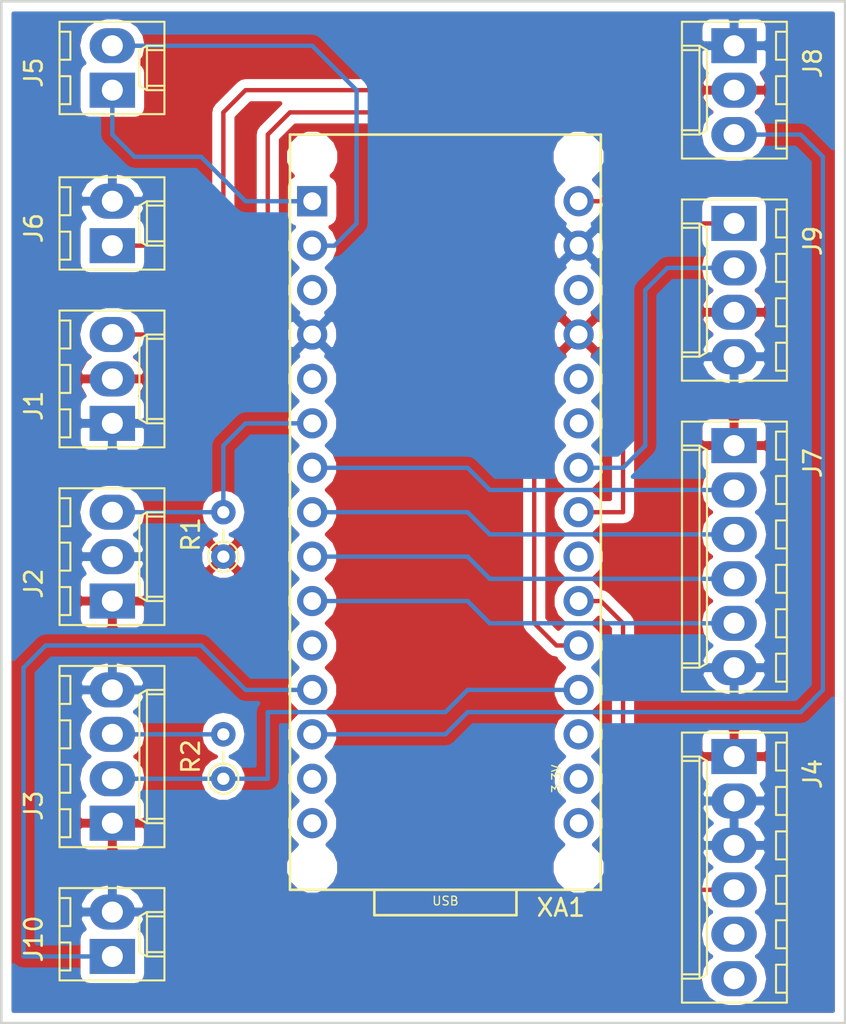
<source format=kicad_pcb>
(kicad_pcb (version 4) (host pcbnew 4.0.6)

  (general
    (links 37)
    (no_connects 1)
    (area 157.404999 78.664999 205.815001 137.235001)
    (thickness 1.6)
    (drawings 4)
    (tracks 78)
    (zones 0)
    (modules 13)
    (nets 33)
  )

  (page A4)
  (layers
    (0 F.Cu signal)
    (31 B.Cu signal)
    (32 B.Adhes user)
    (33 F.Adhes user)
    (34 B.Paste user)
    (35 F.Paste user)
    (36 B.SilkS user)
    (37 F.SilkS user)
    (38 B.Mask user)
    (39 F.Mask user)
    (40 Dwgs.User user)
    (41 Cmts.User user)
    (42 Eco1.User user)
    (43 Eco2.User user)
    (44 Edge.Cuts user)
    (45 Margin user)
    (46 B.CrtYd user)
    (47 F.CrtYd user)
    (48 B.Fab user)
    (49 F.Fab user)
  )

  (setup
    (last_trace_width 0.25)
    (trace_clearance 0.2)
    (zone_clearance 0.508)
    (zone_45_only no)
    (trace_min 0.2)
    (segment_width 0.2)
    (edge_width 0.15)
    (via_size 0.6)
    (via_drill 0.4)
    (via_min_size 0.4)
    (via_min_drill 0.3)
    (uvia_size 0.3)
    (uvia_drill 0.1)
    (uvias_allowed no)
    (uvia_min_size 0.2)
    (uvia_min_drill 0.1)
    (pcb_text_width 0.3)
    (pcb_text_size 1.5 1.5)
    (mod_edge_width 0.15)
    (mod_text_size 1 1)
    (mod_text_width 0.15)
    (pad_size 1.524 1.524)
    (pad_drill 0.762)
    (pad_to_mask_clearance 0.2)
    (aux_axis_origin 0 0)
    (visible_elements FFFFFF7F)
    (pcbplotparams
      (layerselection 0x00030_80000001)
      (usegerberextensions false)
      (excludeedgelayer true)
      (linewidth 0.100000)
      (plotframeref false)
      (viasonmask false)
      (mode 1)
      (useauxorigin false)
      (hpglpennumber 1)
      (hpglpenspeed 20)
      (hpglpendiameter 15)
      (hpglpenoverlay 2)
      (psnegative false)
      (psa4output false)
      (plotreference true)
      (plotvalue true)
      (plotinvisibletext false)
      (padsonsilk false)
      (subtractmaskfromsilk false)
      (outputformat 1)
      (mirror false)
      (drillshape 1)
      (scaleselection 1)
      (outputdirectory ""))
  )

  (net 0 "")
  (net 1 "Net-(J1-Pad3)")
  (net 2 "Net-(J2-Pad3)")
  (net 3 "Net-(J3-Pad2)")
  (net 4 "Net-(J3-Pad3)")
  (net 5 "Net-(J4-Pad4)")
  (net 6 "Net-(J4-Pad5)")
  (net 7 "Net-(J4-Pad6)")
  (net 8 "Net-(J5-Pad1)")
  (net 9 "Net-(J5-Pad2)")
  (net 10 "Net-(J7-Pad2)")
  (net 11 "Net-(J7-Pad3)")
  (net 12 "Net-(J7-Pad4)")
  (net 13 "Net-(J7-Pad5)")
  (net 14 "Net-(J8-Pad3)")
  (net 15 "Net-(J9-Pad1)")
  (net 16 "Net-(J9-Pad2)")
  (net 17 "Net-(J10-Pad1)")
  (net 18 "Net-(XA1-PadRST2)")
  (net 19 "Net-(XA1-PadA7)")
  (net 20 "Net-(XA1-PadA6)")
  (net 21 "Net-(XA1-PadA3)")
  (net 22 "Net-(XA1-PadAREF)")
  (net 23 "Net-(XA1-Pad3V3)")
  (net 24 "Net-(XA1-PadD13)")
  (net 25 "Net-(XA1-PadD12)")
  (net 26 "Net-(XA1-PadD11)")
  (net 27 "Net-(XA1-PadD8)")
  (net 28 "Net-(XA1-PadD2)")
  (net 29 "Net-(XA1-PadRST1)")
  (net 30 GND)
  (net 31 +5V)
  (net 32 "Net-(J6-Pad1)")

  (net_class Default "This is the default net class."
    (clearance 0.2)
    (trace_width 0.25)
    (via_dia 0.6)
    (via_drill 0.4)
    (uvia_dia 0.3)
    (uvia_drill 0.1)
    (add_net +5V)
    (add_net GND)
    (add_net "Net-(J1-Pad3)")
    (add_net "Net-(J10-Pad1)")
    (add_net "Net-(J2-Pad3)")
    (add_net "Net-(J3-Pad2)")
    (add_net "Net-(J3-Pad3)")
    (add_net "Net-(J4-Pad4)")
    (add_net "Net-(J4-Pad5)")
    (add_net "Net-(J4-Pad6)")
    (add_net "Net-(J5-Pad1)")
    (add_net "Net-(J5-Pad2)")
    (add_net "Net-(J6-Pad1)")
    (add_net "Net-(J7-Pad2)")
    (add_net "Net-(J7-Pad3)")
    (add_net "Net-(J7-Pad4)")
    (add_net "Net-(J7-Pad5)")
    (add_net "Net-(J8-Pad3)")
    (add_net "Net-(J9-Pad1)")
    (add_net "Net-(J9-Pad2)")
    (add_net "Net-(XA1-Pad3V3)")
    (add_net "Net-(XA1-PadA3)")
    (add_net "Net-(XA1-PadA6)")
    (add_net "Net-(XA1-PadA7)")
    (add_net "Net-(XA1-PadAREF)")
    (add_net "Net-(XA1-PadD11)")
    (add_net "Net-(XA1-PadD12)")
    (add_net "Net-(XA1-PadD13)")
    (add_net "Net-(XA1-PadD2)")
    (add_net "Net-(XA1-PadD8)")
    (add_net "Net-(XA1-PadRST1)")
    (add_net "Net-(XA1-PadRST2)")
  )

  (module Connectors_Molex:Molex_KK-6410-03_03x2.54mm_Straight (layer F.Cu) (tedit 58EE6EE6) (tstamp 5B1F9513)
    (at 163.83 102.87 90)
    (descr "Connector Headers with Friction Lock, 22-27-2031, http://www.molex.com/pdm_docs/sd/022272021_sd.pdf")
    (tags "connector molex kk_6410 22-27-2031")
    (path /5B1E9A4A)
    (fp_text reference J1 (at 1 -4.5 90) (layer F.SilkS)
      (effects (font (size 1 1) (thickness 0.15)))
    )
    (fp_text value EC (at 2.54 4.5 90) (layer F.Fab)
      (effects (font (size 1 1) (thickness 0.15)))
    )
    (fp_line (start -1.47 -3.12) (end -1.47 3.08) (layer F.Fab) (width 0.12))
    (fp_line (start -1.47 3.08) (end 6.55 3.08) (layer F.Fab) (width 0.12))
    (fp_line (start 6.55 3.08) (end 6.55 -3.12) (layer F.Fab) (width 0.12))
    (fp_line (start 6.55 -3.12) (end -1.47 -3.12) (layer F.Fab) (width 0.12))
    (fp_line (start -1.37 -3.02) (end -1.37 2.98) (layer F.SilkS) (width 0.12))
    (fp_line (start -1.37 2.98) (end 6.45 2.98) (layer F.SilkS) (width 0.12))
    (fp_line (start 6.45 2.98) (end 6.45 -3.02) (layer F.SilkS) (width 0.12))
    (fp_line (start 6.45 -3.02) (end -1.37 -3.02) (layer F.SilkS) (width 0.12))
    (fp_line (start 0 2.98) (end 0 1.98) (layer F.SilkS) (width 0.12))
    (fp_line (start 0 1.98) (end 5.08 1.98) (layer F.SilkS) (width 0.12))
    (fp_line (start 5.08 1.98) (end 5.08 2.98) (layer F.SilkS) (width 0.12))
    (fp_line (start 0 1.98) (end 0.25 1.55) (layer F.SilkS) (width 0.12))
    (fp_line (start 0.25 1.55) (end 4.83 1.55) (layer F.SilkS) (width 0.12))
    (fp_line (start 4.83 1.55) (end 5.08 1.98) (layer F.SilkS) (width 0.12))
    (fp_line (start 0.25 2.98) (end 0.25 1.98) (layer F.SilkS) (width 0.12))
    (fp_line (start 4.83 2.98) (end 4.83 1.98) (layer F.SilkS) (width 0.12))
    (fp_line (start -0.8 -3.02) (end -0.8 -2.4) (layer F.SilkS) (width 0.12))
    (fp_line (start -0.8 -2.4) (end 0.8 -2.4) (layer F.SilkS) (width 0.12))
    (fp_line (start 0.8 -2.4) (end 0.8 -3.02) (layer F.SilkS) (width 0.12))
    (fp_line (start 1.74 -3.02) (end 1.74 -2.4) (layer F.SilkS) (width 0.12))
    (fp_line (start 1.74 -2.4) (end 3.34 -2.4) (layer F.SilkS) (width 0.12))
    (fp_line (start 3.34 -2.4) (end 3.34 -3.02) (layer F.SilkS) (width 0.12))
    (fp_line (start 4.28 -3.02) (end 4.28 -2.4) (layer F.SilkS) (width 0.12))
    (fp_line (start 4.28 -2.4) (end 5.88 -2.4) (layer F.SilkS) (width 0.12))
    (fp_line (start 5.88 -2.4) (end 5.88 -3.02) (layer F.SilkS) (width 0.12))
    (fp_line (start -1.9 3.5) (end -1.9 -3.55) (layer F.CrtYd) (width 0.05))
    (fp_line (start -1.9 -3.55) (end 7 -3.55) (layer F.CrtYd) (width 0.05))
    (fp_line (start 7 -3.55) (end 7 3.5) (layer F.CrtYd) (width 0.05))
    (fp_line (start 7 3.5) (end -1.9 3.5) (layer F.CrtYd) (width 0.05))
    (fp_text user %R (at 2.54 0 90) (layer F.Fab)
      (effects (font (size 1 1) (thickness 0.15)))
    )
    (pad 1 thru_hole rect (at 0 0 90) (size 2 2.6) (drill 1.2) (layers *.Cu *.Mask)
      (net 30 GND))
    (pad 2 thru_hole oval (at 2.54 0 90) (size 2 2.6) (drill 1.2) (layers *.Cu *.Mask)
      (net 31 +5V))
    (pad 3 thru_hole oval (at 5.08 0 90) (size 2 2.6) (drill 1.2) (layers *.Cu *.Mask)
      (net 1 "Net-(J1-Pad3)"))
    (model ${KISYS3DMOD}/Connectors_Molex.3dshapes/Molex_KK-6410-03_03x2.54mm_Straight.wrl
      (at (xyz 0 0 0))
      (scale (xyz 1 1 1))
      (rotate (xyz 0 0 0))
    )
  )

  (module Connectors_Molex:Molex_KK-6410-03_03x2.54mm_Straight (layer F.Cu) (tedit 58EE6EE6) (tstamp 5B1F951A)
    (at 163.83 113.03 90)
    (descr "Connector Headers with Friction Lock, 22-27-2031, http://www.molex.com/pdm_docs/sd/022272021_sd.pdf")
    (tags "connector molex kk_6410 22-27-2031")
    (path /5B1E9A93)
    (fp_text reference J2 (at 1 -4.5 90) (layer F.SilkS)
      (effects (font (size 1 1) (thickness 0.15)))
    )
    (fp_text value TEMP (at 2.54 4.5 90) (layer F.Fab)
      (effects (font (size 1 1) (thickness 0.15)))
    )
    (fp_line (start -1.47 -3.12) (end -1.47 3.08) (layer F.Fab) (width 0.12))
    (fp_line (start -1.47 3.08) (end 6.55 3.08) (layer F.Fab) (width 0.12))
    (fp_line (start 6.55 3.08) (end 6.55 -3.12) (layer F.Fab) (width 0.12))
    (fp_line (start 6.55 -3.12) (end -1.47 -3.12) (layer F.Fab) (width 0.12))
    (fp_line (start -1.37 -3.02) (end -1.37 2.98) (layer F.SilkS) (width 0.12))
    (fp_line (start -1.37 2.98) (end 6.45 2.98) (layer F.SilkS) (width 0.12))
    (fp_line (start 6.45 2.98) (end 6.45 -3.02) (layer F.SilkS) (width 0.12))
    (fp_line (start 6.45 -3.02) (end -1.37 -3.02) (layer F.SilkS) (width 0.12))
    (fp_line (start 0 2.98) (end 0 1.98) (layer F.SilkS) (width 0.12))
    (fp_line (start 0 1.98) (end 5.08 1.98) (layer F.SilkS) (width 0.12))
    (fp_line (start 5.08 1.98) (end 5.08 2.98) (layer F.SilkS) (width 0.12))
    (fp_line (start 0 1.98) (end 0.25 1.55) (layer F.SilkS) (width 0.12))
    (fp_line (start 0.25 1.55) (end 4.83 1.55) (layer F.SilkS) (width 0.12))
    (fp_line (start 4.83 1.55) (end 5.08 1.98) (layer F.SilkS) (width 0.12))
    (fp_line (start 0.25 2.98) (end 0.25 1.98) (layer F.SilkS) (width 0.12))
    (fp_line (start 4.83 2.98) (end 4.83 1.98) (layer F.SilkS) (width 0.12))
    (fp_line (start -0.8 -3.02) (end -0.8 -2.4) (layer F.SilkS) (width 0.12))
    (fp_line (start -0.8 -2.4) (end 0.8 -2.4) (layer F.SilkS) (width 0.12))
    (fp_line (start 0.8 -2.4) (end 0.8 -3.02) (layer F.SilkS) (width 0.12))
    (fp_line (start 1.74 -3.02) (end 1.74 -2.4) (layer F.SilkS) (width 0.12))
    (fp_line (start 1.74 -2.4) (end 3.34 -2.4) (layer F.SilkS) (width 0.12))
    (fp_line (start 3.34 -2.4) (end 3.34 -3.02) (layer F.SilkS) (width 0.12))
    (fp_line (start 4.28 -3.02) (end 4.28 -2.4) (layer F.SilkS) (width 0.12))
    (fp_line (start 4.28 -2.4) (end 5.88 -2.4) (layer F.SilkS) (width 0.12))
    (fp_line (start 5.88 -2.4) (end 5.88 -3.02) (layer F.SilkS) (width 0.12))
    (fp_line (start -1.9 3.5) (end -1.9 -3.55) (layer F.CrtYd) (width 0.05))
    (fp_line (start -1.9 -3.55) (end 7 -3.55) (layer F.CrtYd) (width 0.05))
    (fp_line (start 7 -3.55) (end 7 3.5) (layer F.CrtYd) (width 0.05))
    (fp_line (start 7 3.5) (end -1.9 3.5) (layer F.CrtYd) (width 0.05))
    (fp_text user %R (at 2.54 0 90) (layer F.Fab)
      (effects (font (size 1 1) (thickness 0.15)))
    )
    (pad 1 thru_hole rect (at 0 0 90) (size 2 2.6) (drill 1.2) (layers *.Cu *.Mask)
      (net 31 +5V))
    (pad 2 thru_hole oval (at 2.54 0 90) (size 2 2.6) (drill 1.2) (layers *.Cu *.Mask)
      (net 30 GND))
    (pad 3 thru_hole oval (at 5.08 0 90) (size 2 2.6) (drill 1.2) (layers *.Cu *.Mask)
      (net 2 "Net-(J2-Pad3)"))
    (model ${KISYS3DMOD}/Connectors_Molex.3dshapes/Molex_KK-6410-03_03x2.54mm_Straight.wrl
      (at (xyz 0 0 0))
      (scale (xyz 1 1 1))
      (rotate (xyz 0 0 0))
    )
  )

  (module Connectors_Molex:Molex_KK-6410-04_04x2.54mm_Straight (layer F.Cu) (tedit 58EE6EE8) (tstamp 5B1F9522)
    (at 163.83 125.73 90)
    (descr "Connector Headers with Friction Lock, 22-27-2041, http://www.molex.com/pdm_docs/sd/022272021_sd.pdf")
    (tags "connector molex kk_6410 22-27-2041")
    (path /5B1E9AC4)
    (fp_text reference J3 (at 1 -4.5 90) (layer F.SilkS)
      (effects (font (size 1 1) (thickness 0.15)))
    )
    (fp_text value DHT (at 3.81 4.5 90) (layer F.Fab)
      (effects (font (size 1 1) (thickness 0.15)))
    )
    (fp_line (start -1.47 -3.12) (end -1.47 3.08) (layer F.Fab) (width 0.12))
    (fp_line (start -1.47 3.08) (end 9.09 3.08) (layer F.Fab) (width 0.12))
    (fp_line (start 9.09 3.08) (end 9.09 -3.12) (layer F.Fab) (width 0.12))
    (fp_line (start 9.09 -3.12) (end -1.47 -3.12) (layer F.Fab) (width 0.12))
    (fp_line (start -1.37 -3.02) (end -1.37 2.98) (layer F.SilkS) (width 0.12))
    (fp_line (start -1.37 2.98) (end 8.99 2.98) (layer F.SilkS) (width 0.12))
    (fp_line (start 8.99 2.98) (end 8.99 -3.02) (layer F.SilkS) (width 0.12))
    (fp_line (start 8.99 -3.02) (end -1.37 -3.02) (layer F.SilkS) (width 0.12))
    (fp_line (start 0 2.98) (end 0 1.98) (layer F.SilkS) (width 0.12))
    (fp_line (start 0 1.98) (end 7.62 1.98) (layer F.SilkS) (width 0.12))
    (fp_line (start 7.62 1.98) (end 7.62 2.98) (layer F.SilkS) (width 0.12))
    (fp_line (start 0 1.98) (end 0.25 1.55) (layer F.SilkS) (width 0.12))
    (fp_line (start 0.25 1.55) (end 7.37 1.55) (layer F.SilkS) (width 0.12))
    (fp_line (start 7.37 1.55) (end 7.62 1.98) (layer F.SilkS) (width 0.12))
    (fp_line (start 0.25 2.98) (end 0.25 1.98) (layer F.SilkS) (width 0.12))
    (fp_line (start 7.37 2.98) (end 7.37 1.98) (layer F.SilkS) (width 0.12))
    (fp_line (start -0.8 -3.02) (end -0.8 -2.4) (layer F.SilkS) (width 0.12))
    (fp_line (start -0.8 -2.4) (end 0.8 -2.4) (layer F.SilkS) (width 0.12))
    (fp_line (start 0.8 -2.4) (end 0.8 -3.02) (layer F.SilkS) (width 0.12))
    (fp_line (start 1.74 -3.02) (end 1.74 -2.4) (layer F.SilkS) (width 0.12))
    (fp_line (start 1.74 -2.4) (end 3.34 -2.4) (layer F.SilkS) (width 0.12))
    (fp_line (start 3.34 -2.4) (end 3.34 -3.02) (layer F.SilkS) (width 0.12))
    (fp_line (start 4.28 -3.02) (end 4.28 -2.4) (layer F.SilkS) (width 0.12))
    (fp_line (start 4.28 -2.4) (end 5.88 -2.4) (layer F.SilkS) (width 0.12))
    (fp_line (start 5.88 -2.4) (end 5.88 -3.02) (layer F.SilkS) (width 0.12))
    (fp_line (start 6.82 -3.02) (end 6.82 -2.4) (layer F.SilkS) (width 0.12))
    (fp_line (start 6.82 -2.4) (end 8.42 -2.4) (layer F.SilkS) (width 0.12))
    (fp_line (start 8.42 -2.4) (end 8.42 -3.02) (layer F.SilkS) (width 0.12))
    (fp_line (start -1.9 3.5) (end -1.9 -3.55) (layer F.CrtYd) (width 0.05))
    (fp_line (start -1.9 -3.55) (end 9.5 -3.55) (layer F.CrtYd) (width 0.05))
    (fp_line (start 9.5 -3.55) (end 9.5 3.5) (layer F.CrtYd) (width 0.05))
    (fp_line (start 9.5 3.5) (end -1.9 3.5) (layer F.CrtYd) (width 0.05))
    (fp_text user %R (at 3.81 0 90) (layer F.Fab)
      (effects (font (size 1 1) (thickness 0.15)))
    )
    (pad 1 thru_hole rect (at 0 0 90) (size 2 2.6) (drill 1.2) (layers *.Cu *.Mask)
      (net 31 +5V))
    (pad 2 thru_hole oval (at 2.54 0 90) (size 2 2.6) (drill 1.2) (layers *.Cu *.Mask)
      (net 3 "Net-(J3-Pad2)"))
    (pad 3 thru_hole oval (at 5.08 0 90) (size 2 2.6) (drill 1.2) (layers *.Cu *.Mask)
      (net 4 "Net-(J3-Pad3)"))
    (pad 4 thru_hole oval (at 7.62 0 90) (size 2 2.6) (drill 1.2) (layers *.Cu *.Mask)
      (net 30 GND))
    (model ${KISYS3DMOD}/Connectors_Molex.3dshapes/Molex_KK-6410-04_04x2.54mm_Straight.wrl
      (at (xyz 0 0 0))
      (scale (xyz 1 1 1))
      (rotate (xyz 0 0 0))
    )
  )

  (module Connectors_Molex:Molex_KK-6410-06_06x2.54mm_Straight (layer F.Cu) (tedit 58EE6EEB) (tstamp 5B1F952C)
    (at 199.39 121.92 270)
    (descr "Connector Headers with Friction Lock, 22-27-2061, http://www.molex.com/pdm_docs/sd/022272021_sd.pdf")
    (tags "connector molex kk_6410 22-27-2061")
    (path /5B1E9AFD)
    (fp_text reference J4 (at 1 -4.5 270) (layer F.SilkS)
      (effects (font (size 1 1) (thickness 0.15)))
    )
    (fp_text value PH (at 6.35 4.5 270) (layer F.Fab)
      (effects (font (size 1 1) (thickness 0.15)))
    )
    (fp_line (start -1.47 -3.12) (end -1.47 3.08) (layer F.Fab) (width 0.12))
    (fp_line (start -1.47 3.08) (end 14.17 3.08) (layer F.Fab) (width 0.12))
    (fp_line (start 14.17 3.08) (end 14.17 -3.12) (layer F.Fab) (width 0.12))
    (fp_line (start 14.17 -3.12) (end -1.47 -3.12) (layer F.Fab) (width 0.12))
    (fp_line (start -1.37 -3.02) (end -1.37 2.98) (layer F.SilkS) (width 0.12))
    (fp_line (start -1.37 2.98) (end 14.07 2.98) (layer F.SilkS) (width 0.12))
    (fp_line (start 14.07 2.98) (end 14.07 -3.02) (layer F.SilkS) (width 0.12))
    (fp_line (start 14.07 -3.02) (end -1.37 -3.02) (layer F.SilkS) (width 0.12))
    (fp_line (start 0 2.98) (end 0 1.98) (layer F.SilkS) (width 0.12))
    (fp_line (start 0 1.98) (end 12.7 1.98) (layer F.SilkS) (width 0.12))
    (fp_line (start 12.7 1.98) (end 12.7 2.98) (layer F.SilkS) (width 0.12))
    (fp_line (start 0 1.98) (end 0.25 1.55) (layer F.SilkS) (width 0.12))
    (fp_line (start 0.25 1.55) (end 12.45 1.55) (layer F.SilkS) (width 0.12))
    (fp_line (start 12.45 1.55) (end 12.7 1.98) (layer F.SilkS) (width 0.12))
    (fp_line (start 0.25 2.98) (end 0.25 1.98) (layer F.SilkS) (width 0.12))
    (fp_line (start 12.45 2.98) (end 12.45 1.98) (layer F.SilkS) (width 0.12))
    (fp_line (start -0.8 -3.02) (end -0.8 -2.4) (layer F.SilkS) (width 0.12))
    (fp_line (start -0.8 -2.4) (end 0.8 -2.4) (layer F.SilkS) (width 0.12))
    (fp_line (start 0.8 -2.4) (end 0.8 -3.02) (layer F.SilkS) (width 0.12))
    (fp_line (start 1.74 -3.02) (end 1.74 -2.4) (layer F.SilkS) (width 0.12))
    (fp_line (start 1.74 -2.4) (end 3.34 -2.4) (layer F.SilkS) (width 0.12))
    (fp_line (start 3.34 -2.4) (end 3.34 -3.02) (layer F.SilkS) (width 0.12))
    (fp_line (start 4.28 -3.02) (end 4.28 -2.4) (layer F.SilkS) (width 0.12))
    (fp_line (start 4.28 -2.4) (end 5.88 -2.4) (layer F.SilkS) (width 0.12))
    (fp_line (start 5.88 -2.4) (end 5.88 -3.02) (layer F.SilkS) (width 0.12))
    (fp_line (start 6.82 -3.02) (end 6.82 -2.4) (layer F.SilkS) (width 0.12))
    (fp_line (start 6.82 -2.4) (end 8.42 -2.4) (layer F.SilkS) (width 0.12))
    (fp_line (start 8.42 -2.4) (end 8.42 -3.02) (layer F.SilkS) (width 0.12))
    (fp_line (start 9.36 -3.02) (end 9.36 -2.4) (layer F.SilkS) (width 0.12))
    (fp_line (start 9.36 -2.4) (end 10.96 -2.4) (layer F.SilkS) (width 0.12))
    (fp_line (start 10.96 -2.4) (end 10.96 -3.02) (layer F.SilkS) (width 0.12))
    (fp_line (start 11.9 -3.02) (end 11.9 -2.4) (layer F.SilkS) (width 0.12))
    (fp_line (start 11.9 -2.4) (end 13.5 -2.4) (layer F.SilkS) (width 0.12))
    (fp_line (start 13.5 -2.4) (end 13.5 -3.02) (layer F.SilkS) (width 0.12))
    (fp_line (start -1.9 3.5) (end -1.9 -3.55) (layer F.CrtYd) (width 0.05))
    (fp_line (start -1.9 -3.55) (end 14.6 -3.55) (layer F.CrtYd) (width 0.05))
    (fp_line (start 14.6 -3.55) (end 14.6 3.5) (layer F.CrtYd) (width 0.05))
    (fp_line (start 14.6 3.5) (end -1.9 3.5) (layer F.CrtYd) (width 0.05))
    (fp_text user %R (at 6.35 0 270) (layer F.Fab)
      (effects (font (size 1 1) (thickness 0.15)))
    )
    (pad 1 thru_hole rect (at 0 0 270) (size 2 2.6) (drill 1.2) (layers *.Cu *.Mask)
      (net 31 +5V))
    (pad 2 thru_hole oval (at 2.54 0 270) (size 2 2.6) (drill 1.2) (layers *.Cu *.Mask)
      (net 30 GND))
    (pad 3 thru_hole oval (at 5.08 0 270) (size 2 2.6) (drill 1.2) (layers *.Cu *.Mask)
      (net 30 GND))
    (pad 4 thru_hole oval (at 7.62 0 270) (size 2 2.6) (drill 1.2) (layers *.Cu *.Mask)
      (net 5 "Net-(J4-Pad4)"))
    (pad 5 thru_hole oval (at 10.16 0 270) (size 2 2.6) (drill 1.2) (layers *.Cu *.Mask)
      (net 6 "Net-(J4-Pad5)"))
    (pad 6 thru_hole oval (at 12.7 0 270) (size 2 2.6) (drill 1.2) (layers *.Cu *.Mask)
      (net 7 "Net-(J4-Pad6)"))
    (model ${KISYS3DMOD}/Connectors_Molex.3dshapes/Molex_KK-6410-06_06x2.54mm_Straight.wrl
      (at (xyz 0 0 0))
      (scale (xyz 1 1 1))
      (rotate (xyz 0 0 0))
    )
  )

  (module Connectors_Molex:Molex_KK-6410-02_02x2.54mm_Straight (layer F.Cu) (tedit 58EE6EE4) (tstamp 5B1F9532)
    (at 163.83 83.82 90)
    (descr "Connector Headers with Friction Lock, 22-27-2021, http://www.molex.com/pdm_docs/sd/022272021_sd.pdf")
    (tags "connector molex kk_6410 22-27-2021")
    (path /5B1E97A2)
    (fp_text reference J5 (at 1 -4.5 90) (layer F.SilkS)
      (effects (font (size 1 1) (thickness 0.15)))
    )
    (fp_text value Serial (at 1.27 4.5 90) (layer F.Fab)
      (effects (font (size 1 1) (thickness 0.15)))
    )
    (fp_line (start -1.47 -3.12) (end -1.47 3.08) (layer F.Fab) (width 0.12))
    (fp_line (start -1.47 3.08) (end 4.01 3.08) (layer F.Fab) (width 0.12))
    (fp_line (start 4.01 3.08) (end 4.01 -3.12) (layer F.Fab) (width 0.12))
    (fp_line (start 4.01 -3.12) (end -1.47 -3.12) (layer F.Fab) (width 0.12))
    (fp_line (start -1.37 -3.02) (end -1.37 2.98) (layer F.SilkS) (width 0.12))
    (fp_line (start -1.37 2.98) (end 3.91 2.98) (layer F.SilkS) (width 0.12))
    (fp_line (start 3.91 2.98) (end 3.91 -3.02) (layer F.SilkS) (width 0.12))
    (fp_line (start 3.91 -3.02) (end -1.37 -3.02) (layer F.SilkS) (width 0.12))
    (fp_line (start 0 2.98) (end 0 1.98) (layer F.SilkS) (width 0.12))
    (fp_line (start 0 1.98) (end 2.54 1.98) (layer F.SilkS) (width 0.12))
    (fp_line (start 2.54 1.98) (end 2.54 2.98) (layer F.SilkS) (width 0.12))
    (fp_line (start 0 1.98) (end 0.25 1.55) (layer F.SilkS) (width 0.12))
    (fp_line (start 0.25 1.55) (end 2.29 1.55) (layer F.SilkS) (width 0.12))
    (fp_line (start 2.29 1.55) (end 2.54 1.98) (layer F.SilkS) (width 0.12))
    (fp_line (start 0.25 2.98) (end 0.25 1.98) (layer F.SilkS) (width 0.12))
    (fp_line (start 2.29 2.98) (end 2.29 1.98) (layer F.SilkS) (width 0.12))
    (fp_line (start -0.8 -3.02) (end -0.8 -2.4) (layer F.SilkS) (width 0.12))
    (fp_line (start -0.8 -2.4) (end 0.8 -2.4) (layer F.SilkS) (width 0.12))
    (fp_line (start 0.8 -2.4) (end 0.8 -3.02) (layer F.SilkS) (width 0.12))
    (fp_line (start 1.74 -3.02) (end 1.74 -2.4) (layer F.SilkS) (width 0.12))
    (fp_line (start 1.74 -2.4) (end 3.34 -2.4) (layer F.SilkS) (width 0.12))
    (fp_line (start 3.34 -2.4) (end 3.34 -3.02) (layer F.SilkS) (width 0.12))
    (fp_line (start -1.9 3.5) (end -1.9 -3.55) (layer F.CrtYd) (width 0.05))
    (fp_line (start -1.9 -3.55) (end 4.45 -3.55) (layer F.CrtYd) (width 0.05))
    (fp_line (start 4.45 -3.55) (end 4.45 3.5) (layer F.CrtYd) (width 0.05))
    (fp_line (start 4.45 3.5) (end -1.9 3.5) (layer F.CrtYd) (width 0.05))
    (fp_text user %R (at 1.27 0 90) (layer F.Fab)
      (effects (font (size 1 1) (thickness 0.15)))
    )
    (pad 1 thru_hole rect (at 0 0 90) (size 2 2.6) (drill 1.2) (layers *.Cu *.Mask)
      (net 8 "Net-(J5-Pad1)"))
    (pad 2 thru_hole oval (at 2.54 0 90) (size 2 2.6) (drill 1.2) (layers *.Cu *.Mask)
      (net 9 "Net-(J5-Pad2)"))
    (model ${KISYS3DMOD}/Connectors_Molex.3dshapes/Molex_KK-6410-02_02x2.54mm_Straight.wrl
      (at (xyz 0 0 0))
      (scale (xyz 1 1 1))
      (rotate (xyz 0 0 0))
    )
  )

  (module Connectors_Molex:Molex_KK-6410-02_02x2.54mm_Straight (layer F.Cu) (tedit 58EE6EE4) (tstamp 5B1F9538)
    (at 163.83 92.71 90)
    (descr "Connector Headers with Friction Lock, 22-27-2021, http://www.molex.com/pdm_docs/sd/022272021_sd.pdf")
    (tags "connector molex kk_6410 22-27-2021")
    (path /5B1E97D9)
    (fp_text reference J6 (at 1 -4.5 90) (layer F.SilkS)
      (effects (font (size 1 1) (thickness 0.15)))
    )
    (fp_text value Power (at 1.27 4.5 90) (layer F.Fab)
      (effects (font (size 1 1) (thickness 0.15)))
    )
    (fp_line (start -1.47 -3.12) (end -1.47 3.08) (layer F.Fab) (width 0.12))
    (fp_line (start -1.47 3.08) (end 4.01 3.08) (layer F.Fab) (width 0.12))
    (fp_line (start 4.01 3.08) (end 4.01 -3.12) (layer F.Fab) (width 0.12))
    (fp_line (start 4.01 -3.12) (end -1.47 -3.12) (layer F.Fab) (width 0.12))
    (fp_line (start -1.37 -3.02) (end -1.37 2.98) (layer F.SilkS) (width 0.12))
    (fp_line (start -1.37 2.98) (end 3.91 2.98) (layer F.SilkS) (width 0.12))
    (fp_line (start 3.91 2.98) (end 3.91 -3.02) (layer F.SilkS) (width 0.12))
    (fp_line (start 3.91 -3.02) (end -1.37 -3.02) (layer F.SilkS) (width 0.12))
    (fp_line (start 0 2.98) (end 0 1.98) (layer F.SilkS) (width 0.12))
    (fp_line (start 0 1.98) (end 2.54 1.98) (layer F.SilkS) (width 0.12))
    (fp_line (start 2.54 1.98) (end 2.54 2.98) (layer F.SilkS) (width 0.12))
    (fp_line (start 0 1.98) (end 0.25 1.55) (layer F.SilkS) (width 0.12))
    (fp_line (start 0.25 1.55) (end 2.29 1.55) (layer F.SilkS) (width 0.12))
    (fp_line (start 2.29 1.55) (end 2.54 1.98) (layer F.SilkS) (width 0.12))
    (fp_line (start 0.25 2.98) (end 0.25 1.98) (layer F.SilkS) (width 0.12))
    (fp_line (start 2.29 2.98) (end 2.29 1.98) (layer F.SilkS) (width 0.12))
    (fp_line (start -0.8 -3.02) (end -0.8 -2.4) (layer F.SilkS) (width 0.12))
    (fp_line (start -0.8 -2.4) (end 0.8 -2.4) (layer F.SilkS) (width 0.12))
    (fp_line (start 0.8 -2.4) (end 0.8 -3.02) (layer F.SilkS) (width 0.12))
    (fp_line (start 1.74 -3.02) (end 1.74 -2.4) (layer F.SilkS) (width 0.12))
    (fp_line (start 1.74 -2.4) (end 3.34 -2.4) (layer F.SilkS) (width 0.12))
    (fp_line (start 3.34 -2.4) (end 3.34 -3.02) (layer F.SilkS) (width 0.12))
    (fp_line (start -1.9 3.5) (end -1.9 -3.55) (layer F.CrtYd) (width 0.05))
    (fp_line (start -1.9 -3.55) (end 4.45 -3.55) (layer F.CrtYd) (width 0.05))
    (fp_line (start 4.45 -3.55) (end 4.45 3.5) (layer F.CrtYd) (width 0.05))
    (fp_line (start 4.45 3.5) (end -1.9 3.5) (layer F.CrtYd) (width 0.05))
    (fp_text user %R (at 1.27 0 90) (layer F.Fab)
      (effects (font (size 1 1) (thickness 0.15)))
    )
    (pad 1 thru_hole rect (at 0 0 90) (size 2 2.6) (drill 1.2) (layers *.Cu *.Mask)
      (net 32 "Net-(J6-Pad1)"))
    (pad 2 thru_hole oval (at 2.54 0 90) (size 2 2.6) (drill 1.2) (layers *.Cu *.Mask)
      (net 30 GND))
    (model ${KISYS3DMOD}/Connectors_Molex.3dshapes/Molex_KK-6410-02_02x2.54mm_Straight.wrl
      (at (xyz 0 0 0))
      (scale (xyz 1 1 1))
      (rotate (xyz 0 0 0))
    )
  )

  (module Connectors_Molex:Molex_KK-6410-06_06x2.54mm_Straight (layer F.Cu) (tedit 58EE6EEB) (tstamp 5B1F9542)
    (at 199.39 104.14 270)
    (descr "Connector Headers with Friction Lock, 22-27-2061, http://www.molex.com/pdm_docs/sd/022272021_sd.pdf")
    (tags "connector molex kk_6410 22-27-2061")
    (path /5B1E98E8)
    (fp_text reference J7 (at 1 -4.5 270) (layer F.SilkS)
      (effects (font (size 1 1) (thickness 0.15)))
    )
    (fp_text value RELAIS (at 6.35 4.5 270) (layer F.Fab)
      (effects (font (size 1 1) (thickness 0.15)))
    )
    (fp_line (start -1.47 -3.12) (end -1.47 3.08) (layer F.Fab) (width 0.12))
    (fp_line (start -1.47 3.08) (end 14.17 3.08) (layer F.Fab) (width 0.12))
    (fp_line (start 14.17 3.08) (end 14.17 -3.12) (layer F.Fab) (width 0.12))
    (fp_line (start 14.17 -3.12) (end -1.47 -3.12) (layer F.Fab) (width 0.12))
    (fp_line (start -1.37 -3.02) (end -1.37 2.98) (layer F.SilkS) (width 0.12))
    (fp_line (start -1.37 2.98) (end 14.07 2.98) (layer F.SilkS) (width 0.12))
    (fp_line (start 14.07 2.98) (end 14.07 -3.02) (layer F.SilkS) (width 0.12))
    (fp_line (start 14.07 -3.02) (end -1.37 -3.02) (layer F.SilkS) (width 0.12))
    (fp_line (start 0 2.98) (end 0 1.98) (layer F.SilkS) (width 0.12))
    (fp_line (start 0 1.98) (end 12.7 1.98) (layer F.SilkS) (width 0.12))
    (fp_line (start 12.7 1.98) (end 12.7 2.98) (layer F.SilkS) (width 0.12))
    (fp_line (start 0 1.98) (end 0.25 1.55) (layer F.SilkS) (width 0.12))
    (fp_line (start 0.25 1.55) (end 12.45 1.55) (layer F.SilkS) (width 0.12))
    (fp_line (start 12.45 1.55) (end 12.7 1.98) (layer F.SilkS) (width 0.12))
    (fp_line (start 0.25 2.98) (end 0.25 1.98) (layer F.SilkS) (width 0.12))
    (fp_line (start 12.45 2.98) (end 12.45 1.98) (layer F.SilkS) (width 0.12))
    (fp_line (start -0.8 -3.02) (end -0.8 -2.4) (layer F.SilkS) (width 0.12))
    (fp_line (start -0.8 -2.4) (end 0.8 -2.4) (layer F.SilkS) (width 0.12))
    (fp_line (start 0.8 -2.4) (end 0.8 -3.02) (layer F.SilkS) (width 0.12))
    (fp_line (start 1.74 -3.02) (end 1.74 -2.4) (layer F.SilkS) (width 0.12))
    (fp_line (start 1.74 -2.4) (end 3.34 -2.4) (layer F.SilkS) (width 0.12))
    (fp_line (start 3.34 -2.4) (end 3.34 -3.02) (layer F.SilkS) (width 0.12))
    (fp_line (start 4.28 -3.02) (end 4.28 -2.4) (layer F.SilkS) (width 0.12))
    (fp_line (start 4.28 -2.4) (end 5.88 -2.4) (layer F.SilkS) (width 0.12))
    (fp_line (start 5.88 -2.4) (end 5.88 -3.02) (layer F.SilkS) (width 0.12))
    (fp_line (start 6.82 -3.02) (end 6.82 -2.4) (layer F.SilkS) (width 0.12))
    (fp_line (start 6.82 -2.4) (end 8.42 -2.4) (layer F.SilkS) (width 0.12))
    (fp_line (start 8.42 -2.4) (end 8.42 -3.02) (layer F.SilkS) (width 0.12))
    (fp_line (start 9.36 -3.02) (end 9.36 -2.4) (layer F.SilkS) (width 0.12))
    (fp_line (start 9.36 -2.4) (end 10.96 -2.4) (layer F.SilkS) (width 0.12))
    (fp_line (start 10.96 -2.4) (end 10.96 -3.02) (layer F.SilkS) (width 0.12))
    (fp_line (start 11.9 -3.02) (end 11.9 -2.4) (layer F.SilkS) (width 0.12))
    (fp_line (start 11.9 -2.4) (end 13.5 -2.4) (layer F.SilkS) (width 0.12))
    (fp_line (start 13.5 -2.4) (end 13.5 -3.02) (layer F.SilkS) (width 0.12))
    (fp_line (start -1.9 3.5) (end -1.9 -3.55) (layer F.CrtYd) (width 0.05))
    (fp_line (start -1.9 -3.55) (end 14.6 -3.55) (layer F.CrtYd) (width 0.05))
    (fp_line (start 14.6 -3.55) (end 14.6 3.5) (layer F.CrtYd) (width 0.05))
    (fp_line (start 14.6 3.5) (end -1.9 3.5) (layer F.CrtYd) (width 0.05))
    (fp_text user %R (at 6.35 0 270) (layer F.Fab)
      (effects (font (size 1 1) (thickness 0.15)))
    )
    (pad 1 thru_hole rect (at 0 0 270) (size 2 2.6) (drill 1.2) (layers *.Cu *.Mask)
      (net 31 +5V))
    (pad 2 thru_hole oval (at 2.54 0 270) (size 2 2.6) (drill 1.2) (layers *.Cu *.Mask)
      (net 10 "Net-(J7-Pad2)"))
    (pad 3 thru_hole oval (at 5.08 0 270) (size 2 2.6) (drill 1.2) (layers *.Cu *.Mask)
      (net 11 "Net-(J7-Pad3)"))
    (pad 4 thru_hole oval (at 7.62 0 270) (size 2 2.6) (drill 1.2) (layers *.Cu *.Mask)
      (net 12 "Net-(J7-Pad4)"))
    (pad 5 thru_hole oval (at 10.16 0 270) (size 2 2.6) (drill 1.2) (layers *.Cu *.Mask)
      (net 13 "Net-(J7-Pad5)"))
    (pad 6 thru_hole oval (at 12.7 0 270) (size 2 2.6) (drill 1.2) (layers *.Cu *.Mask)
      (net 30 GND))
    (model ${KISYS3DMOD}/Connectors_Molex.3dshapes/Molex_KK-6410-06_06x2.54mm_Straight.wrl
      (at (xyz 0 0 0))
      (scale (xyz 1 1 1))
      (rotate (xyz 0 0 0))
    )
  )

  (module Connectors_Molex:Molex_KK-6410-03_03x2.54mm_Straight (layer F.Cu) (tedit 58EE6EE6) (tstamp 5B1F9549)
    (at 199.39 81.28 270)
    (descr "Connector Headers with Friction Lock, 22-27-2031, http://www.molex.com/pdm_docs/sd/022272021_sd.pdf")
    (tags "connector molex kk_6410 22-27-2031")
    (path /5B1E9947)
    (fp_text reference J8 (at 1 -4.5 270) (layer F.SilkS)
      (effects (font (size 1 1) (thickness 0.15)))
    )
    (fp_text value RC (at 2.54 4.5 270) (layer F.Fab)
      (effects (font (size 1 1) (thickness 0.15)))
    )
    (fp_line (start -1.47 -3.12) (end -1.47 3.08) (layer F.Fab) (width 0.12))
    (fp_line (start -1.47 3.08) (end 6.55 3.08) (layer F.Fab) (width 0.12))
    (fp_line (start 6.55 3.08) (end 6.55 -3.12) (layer F.Fab) (width 0.12))
    (fp_line (start 6.55 -3.12) (end -1.47 -3.12) (layer F.Fab) (width 0.12))
    (fp_line (start -1.37 -3.02) (end -1.37 2.98) (layer F.SilkS) (width 0.12))
    (fp_line (start -1.37 2.98) (end 6.45 2.98) (layer F.SilkS) (width 0.12))
    (fp_line (start 6.45 2.98) (end 6.45 -3.02) (layer F.SilkS) (width 0.12))
    (fp_line (start 6.45 -3.02) (end -1.37 -3.02) (layer F.SilkS) (width 0.12))
    (fp_line (start 0 2.98) (end 0 1.98) (layer F.SilkS) (width 0.12))
    (fp_line (start 0 1.98) (end 5.08 1.98) (layer F.SilkS) (width 0.12))
    (fp_line (start 5.08 1.98) (end 5.08 2.98) (layer F.SilkS) (width 0.12))
    (fp_line (start 0 1.98) (end 0.25 1.55) (layer F.SilkS) (width 0.12))
    (fp_line (start 0.25 1.55) (end 4.83 1.55) (layer F.SilkS) (width 0.12))
    (fp_line (start 4.83 1.55) (end 5.08 1.98) (layer F.SilkS) (width 0.12))
    (fp_line (start 0.25 2.98) (end 0.25 1.98) (layer F.SilkS) (width 0.12))
    (fp_line (start 4.83 2.98) (end 4.83 1.98) (layer F.SilkS) (width 0.12))
    (fp_line (start -0.8 -3.02) (end -0.8 -2.4) (layer F.SilkS) (width 0.12))
    (fp_line (start -0.8 -2.4) (end 0.8 -2.4) (layer F.SilkS) (width 0.12))
    (fp_line (start 0.8 -2.4) (end 0.8 -3.02) (layer F.SilkS) (width 0.12))
    (fp_line (start 1.74 -3.02) (end 1.74 -2.4) (layer F.SilkS) (width 0.12))
    (fp_line (start 1.74 -2.4) (end 3.34 -2.4) (layer F.SilkS) (width 0.12))
    (fp_line (start 3.34 -2.4) (end 3.34 -3.02) (layer F.SilkS) (width 0.12))
    (fp_line (start 4.28 -3.02) (end 4.28 -2.4) (layer F.SilkS) (width 0.12))
    (fp_line (start 4.28 -2.4) (end 5.88 -2.4) (layer F.SilkS) (width 0.12))
    (fp_line (start 5.88 -2.4) (end 5.88 -3.02) (layer F.SilkS) (width 0.12))
    (fp_line (start -1.9 3.5) (end -1.9 -3.55) (layer F.CrtYd) (width 0.05))
    (fp_line (start -1.9 -3.55) (end 7 -3.55) (layer F.CrtYd) (width 0.05))
    (fp_line (start 7 -3.55) (end 7 3.5) (layer F.CrtYd) (width 0.05))
    (fp_line (start 7 3.5) (end -1.9 3.5) (layer F.CrtYd) (width 0.05))
    (fp_text user %R (at 2.54 0 270) (layer F.Fab)
      (effects (font (size 1 1) (thickness 0.15)))
    )
    (pad 1 thru_hole rect (at 0 0 270) (size 2 2.6) (drill 1.2) (layers *.Cu *.Mask)
      (net 30 GND))
    (pad 2 thru_hole oval (at 2.54 0 270) (size 2 2.6) (drill 1.2) (layers *.Cu *.Mask)
      (net 31 +5V))
    (pad 3 thru_hole oval (at 5.08 0 270) (size 2 2.6) (drill 1.2) (layers *.Cu *.Mask)
      (net 14 "Net-(J8-Pad3)"))
    (model ${KISYS3DMOD}/Connectors_Molex.3dshapes/Molex_KK-6410-03_03x2.54mm_Straight.wrl
      (at (xyz 0 0 0))
      (scale (xyz 1 1 1))
      (rotate (xyz 0 0 0))
    )
  )

  (module Connectors_Molex:Molex_KK-6410-04_04x2.54mm_Straight (layer F.Cu) (tedit 58EE6EE8) (tstamp 5B1F9551)
    (at 199.39 91.44 270)
    (descr "Connector Headers with Friction Lock, 22-27-2041, http://www.molex.com/pdm_docs/sd/022272021_sd.pdf")
    (tags "connector molex kk_6410 22-27-2041")
    (path /5B1E99A6)
    (fp_text reference J9 (at 1 -4.5 270) (layer F.SilkS)
      (effects (font (size 1 1) (thickness 0.15)))
    )
    (fp_text value LCD (at 3.81 4.5 270) (layer F.Fab)
      (effects (font (size 1 1) (thickness 0.15)))
    )
    (fp_line (start -1.47 -3.12) (end -1.47 3.08) (layer F.Fab) (width 0.12))
    (fp_line (start -1.47 3.08) (end 9.09 3.08) (layer F.Fab) (width 0.12))
    (fp_line (start 9.09 3.08) (end 9.09 -3.12) (layer F.Fab) (width 0.12))
    (fp_line (start 9.09 -3.12) (end -1.47 -3.12) (layer F.Fab) (width 0.12))
    (fp_line (start -1.37 -3.02) (end -1.37 2.98) (layer F.SilkS) (width 0.12))
    (fp_line (start -1.37 2.98) (end 8.99 2.98) (layer F.SilkS) (width 0.12))
    (fp_line (start 8.99 2.98) (end 8.99 -3.02) (layer F.SilkS) (width 0.12))
    (fp_line (start 8.99 -3.02) (end -1.37 -3.02) (layer F.SilkS) (width 0.12))
    (fp_line (start 0 2.98) (end 0 1.98) (layer F.SilkS) (width 0.12))
    (fp_line (start 0 1.98) (end 7.62 1.98) (layer F.SilkS) (width 0.12))
    (fp_line (start 7.62 1.98) (end 7.62 2.98) (layer F.SilkS) (width 0.12))
    (fp_line (start 0 1.98) (end 0.25 1.55) (layer F.SilkS) (width 0.12))
    (fp_line (start 0.25 1.55) (end 7.37 1.55) (layer F.SilkS) (width 0.12))
    (fp_line (start 7.37 1.55) (end 7.62 1.98) (layer F.SilkS) (width 0.12))
    (fp_line (start 0.25 2.98) (end 0.25 1.98) (layer F.SilkS) (width 0.12))
    (fp_line (start 7.37 2.98) (end 7.37 1.98) (layer F.SilkS) (width 0.12))
    (fp_line (start -0.8 -3.02) (end -0.8 -2.4) (layer F.SilkS) (width 0.12))
    (fp_line (start -0.8 -2.4) (end 0.8 -2.4) (layer F.SilkS) (width 0.12))
    (fp_line (start 0.8 -2.4) (end 0.8 -3.02) (layer F.SilkS) (width 0.12))
    (fp_line (start 1.74 -3.02) (end 1.74 -2.4) (layer F.SilkS) (width 0.12))
    (fp_line (start 1.74 -2.4) (end 3.34 -2.4) (layer F.SilkS) (width 0.12))
    (fp_line (start 3.34 -2.4) (end 3.34 -3.02) (layer F.SilkS) (width 0.12))
    (fp_line (start 4.28 -3.02) (end 4.28 -2.4) (layer F.SilkS) (width 0.12))
    (fp_line (start 4.28 -2.4) (end 5.88 -2.4) (layer F.SilkS) (width 0.12))
    (fp_line (start 5.88 -2.4) (end 5.88 -3.02) (layer F.SilkS) (width 0.12))
    (fp_line (start 6.82 -3.02) (end 6.82 -2.4) (layer F.SilkS) (width 0.12))
    (fp_line (start 6.82 -2.4) (end 8.42 -2.4) (layer F.SilkS) (width 0.12))
    (fp_line (start 8.42 -2.4) (end 8.42 -3.02) (layer F.SilkS) (width 0.12))
    (fp_line (start -1.9 3.5) (end -1.9 -3.55) (layer F.CrtYd) (width 0.05))
    (fp_line (start -1.9 -3.55) (end 9.5 -3.55) (layer F.CrtYd) (width 0.05))
    (fp_line (start 9.5 -3.55) (end 9.5 3.5) (layer F.CrtYd) (width 0.05))
    (fp_line (start 9.5 3.5) (end -1.9 3.5) (layer F.CrtYd) (width 0.05))
    (fp_text user %R (at 3.81 0 270) (layer F.Fab)
      (effects (font (size 1 1) (thickness 0.15)))
    )
    (pad 1 thru_hole rect (at 0 0 270) (size 2 2.6) (drill 1.2) (layers *.Cu *.Mask)
      (net 15 "Net-(J9-Pad1)"))
    (pad 2 thru_hole oval (at 2.54 0 270) (size 2 2.6) (drill 1.2) (layers *.Cu *.Mask)
      (net 16 "Net-(J9-Pad2)"))
    (pad 3 thru_hole oval (at 5.08 0 270) (size 2 2.6) (drill 1.2) (layers *.Cu *.Mask)
      (net 31 +5V))
    (pad 4 thru_hole oval (at 7.62 0 270) (size 2 2.6) (drill 1.2) (layers *.Cu *.Mask)
      (net 30 GND))
    (model ${KISYS3DMOD}/Connectors_Molex.3dshapes/Molex_KK-6410-04_04x2.54mm_Straight.wrl
      (at (xyz 0 0 0))
      (scale (xyz 1 1 1))
      (rotate (xyz 0 0 0))
    )
  )

  (module Connectors_Molex:Molex_KK-6410-02_02x2.54mm_Straight (layer F.Cu) (tedit 58EE6EE4) (tstamp 5B1F9557)
    (at 163.83 133.35 90)
    (descr "Connector Headers with Friction Lock, 22-27-2021, http://www.molex.com/pdm_docs/sd/022272021_sd.pdf")
    (tags "connector molex kk_6410 22-27-2021")
    (path /5B1E99DB)
    (fp_text reference J10 (at 1 -4.5 90) (layer F.SilkS)
      (effects (font (size 1 1) (thickness 0.15)))
    )
    (fp_text value FAN_PWM (at 1.27 4.5 90) (layer F.Fab)
      (effects (font (size 1 1) (thickness 0.15)))
    )
    (fp_line (start -1.47 -3.12) (end -1.47 3.08) (layer F.Fab) (width 0.12))
    (fp_line (start -1.47 3.08) (end 4.01 3.08) (layer F.Fab) (width 0.12))
    (fp_line (start 4.01 3.08) (end 4.01 -3.12) (layer F.Fab) (width 0.12))
    (fp_line (start 4.01 -3.12) (end -1.47 -3.12) (layer F.Fab) (width 0.12))
    (fp_line (start -1.37 -3.02) (end -1.37 2.98) (layer F.SilkS) (width 0.12))
    (fp_line (start -1.37 2.98) (end 3.91 2.98) (layer F.SilkS) (width 0.12))
    (fp_line (start 3.91 2.98) (end 3.91 -3.02) (layer F.SilkS) (width 0.12))
    (fp_line (start 3.91 -3.02) (end -1.37 -3.02) (layer F.SilkS) (width 0.12))
    (fp_line (start 0 2.98) (end 0 1.98) (layer F.SilkS) (width 0.12))
    (fp_line (start 0 1.98) (end 2.54 1.98) (layer F.SilkS) (width 0.12))
    (fp_line (start 2.54 1.98) (end 2.54 2.98) (layer F.SilkS) (width 0.12))
    (fp_line (start 0 1.98) (end 0.25 1.55) (layer F.SilkS) (width 0.12))
    (fp_line (start 0.25 1.55) (end 2.29 1.55) (layer F.SilkS) (width 0.12))
    (fp_line (start 2.29 1.55) (end 2.54 1.98) (layer F.SilkS) (width 0.12))
    (fp_line (start 0.25 2.98) (end 0.25 1.98) (layer F.SilkS) (width 0.12))
    (fp_line (start 2.29 2.98) (end 2.29 1.98) (layer F.SilkS) (width 0.12))
    (fp_line (start -0.8 -3.02) (end -0.8 -2.4) (layer F.SilkS) (width 0.12))
    (fp_line (start -0.8 -2.4) (end 0.8 -2.4) (layer F.SilkS) (width 0.12))
    (fp_line (start 0.8 -2.4) (end 0.8 -3.02) (layer F.SilkS) (width 0.12))
    (fp_line (start 1.74 -3.02) (end 1.74 -2.4) (layer F.SilkS) (width 0.12))
    (fp_line (start 1.74 -2.4) (end 3.34 -2.4) (layer F.SilkS) (width 0.12))
    (fp_line (start 3.34 -2.4) (end 3.34 -3.02) (layer F.SilkS) (width 0.12))
    (fp_line (start -1.9 3.5) (end -1.9 -3.55) (layer F.CrtYd) (width 0.05))
    (fp_line (start -1.9 -3.55) (end 4.45 -3.55) (layer F.CrtYd) (width 0.05))
    (fp_line (start 4.45 -3.55) (end 4.45 3.5) (layer F.CrtYd) (width 0.05))
    (fp_line (start 4.45 3.5) (end -1.9 3.5) (layer F.CrtYd) (width 0.05))
    (fp_text user %R (at 1.27 0 90) (layer F.Fab)
      (effects (font (size 1 1) (thickness 0.15)))
    )
    (pad 1 thru_hole rect (at 0 0 90) (size 2 2.6) (drill 1.2) (layers *.Cu *.Mask)
      (net 17 "Net-(J10-Pad1)"))
    (pad 2 thru_hole oval (at 2.54 0 90) (size 2 2.6) (drill 1.2) (layers *.Cu *.Mask)
      (net 30 GND))
    (model ${KISYS3DMOD}/Connectors_Molex.3dshapes/Molex_KK-6410-02_02x2.54mm_Straight.wrl
      (at (xyz 0 0 0))
      (scale (xyz 1 1 1))
      (rotate (xyz 0 0 0))
    )
  )

  (module Resistors_THT:R_Axial_DIN0204_L3.6mm_D1.6mm_P2.54mm_Vertical (layer F.Cu) (tedit 5874F706) (tstamp 5B1F955D)
    (at 170.18 110.49 90)
    (descr "Resistor, Axial_DIN0204 series, Axial, Vertical, pin pitch=2.54mm, 0.16666666666666666W = 1/6W, length*diameter=3.6*1.6mm^2, http://cdn-reichelt.de/documents/datenblatt/B400/1_4W%23YAG.pdf")
    (tags "Resistor Axial_DIN0204 series Axial Vertical pin pitch 2.54mm 0.16666666666666666W = 1/6W length 3.6mm diameter 1.6mm")
    (path /5B1E9E60)
    (fp_text reference R1 (at 1.27 -1.86 90) (layer F.SilkS)
      (effects (font (size 1 1) (thickness 0.15)))
    )
    (fp_text value 470 (at 1.27 1.86 90) (layer F.Fab)
      (effects (font (size 1 1) (thickness 0.15)))
    )
    (fp_circle (center 0 0) (end 0.8 0) (layer F.Fab) (width 0.1))
    (fp_circle (center 0 0) (end 0.86 0) (layer F.SilkS) (width 0.12))
    (fp_line (start 0 0) (end 2.54 0) (layer F.Fab) (width 0.1))
    (fp_line (start 0.86 0) (end 1.54 0) (layer F.SilkS) (width 0.12))
    (fp_line (start -1.15 -1.15) (end -1.15 1.15) (layer F.CrtYd) (width 0.05))
    (fp_line (start -1.15 1.15) (end 3.55 1.15) (layer F.CrtYd) (width 0.05))
    (fp_line (start 3.55 1.15) (end 3.55 -1.15) (layer F.CrtYd) (width 0.05))
    (fp_line (start 3.55 -1.15) (end -1.15 -1.15) (layer F.CrtYd) (width 0.05))
    (pad 1 thru_hole circle (at 0 0 90) (size 1.4 1.4) (drill 0.7) (layers *.Cu *.Mask)
      (net 31 +5V))
    (pad 2 thru_hole oval (at 2.54 0 90) (size 1.4 1.4) (drill 0.7) (layers *.Cu *.Mask)
      (net 2 "Net-(J2-Pad3)"))
    (model ${KISYS3DMOD}/Resistors_THT.3dshapes/R_Axial_DIN0204_L3.6mm_D1.6mm_P2.54mm_Vertical.wrl
      (at (xyz 0 0 0))
      (scale (xyz 0.393701 0.393701 0.393701))
      (rotate (xyz 0 0 0))
    )
  )

  (module Resistors_THT:R_Axial_DIN0204_L3.6mm_D1.6mm_P2.54mm_Vertical (layer F.Cu) (tedit 5874F706) (tstamp 5B1F9563)
    (at 170.18 123.19 90)
    (descr "Resistor, Axial_DIN0204 series, Axial, Vertical, pin pitch=2.54mm, 0.16666666666666666W = 1/6W, length*diameter=3.6*1.6mm^2, http://cdn-reichelt.de/documents/datenblatt/B400/1_4W%23YAG.pdf")
    (tags "Resistor Axial_DIN0204 series Axial Vertical pin pitch 2.54mm 0.16666666666666666W = 1/6W length 3.6mm diameter 1.6mm")
    (path /5B1E9F15)
    (fp_text reference R2 (at 1.27 -1.86 90) (layer F.SilkS)
      (effects (font (size 1 1) (thickness 0.15)))
    )
    (fp_text value 1K (at 1.27 1.86 90) (layer F.Fab)
      (effects (font (size 1 1) (thickness 0.15)))
    )
    (fp_circle (center 0 0) (end 0.8 0) (layer F.Fab) (width 0.1))
    (fp_circle (center 0 0) (end 0.86 0) (layer F.SilkS) (width 0.12))
    (fp_line (start 0 0) (end 2.54 0) (layer F.Fab) (width 0.1))
    (fp_line (start 0.86 0) (end 1.54 0) (layer F.SilkS) (width 0.12))
    (fp_line (start -1.15 -1.15) (end -1.15 1.15) (layer F.CrtYd) (width 0.05))
    (fp_line (start -1.15 1.15) (end 3.55 1.15) (layer F.CrtYd) (width 0.05))
    (fp_line (start 3.55 1.15) (end 3.55 -1.15) (layer F.CrtYd) (width 0.05))
    (fp_line (start 3.55 -1.15) (end -1.15 -1.15) (layer F.CrtYd) (width 0.05))
    (pad 1 thru_hole circle (at 0 0 90) (size 1.4 1.4) (drill 0.7) (layers *.Cu *.Mask)
      (net 3 "Net-(J3-Pad2)"))
    (pad 2 thru_hole oval (at 2.54 0 90) (size 1.4 1.4) (drill 0.7) (layers *.Cu *.Mask)
      (net 4 "Net-(J3-Pad3)"))
    (model ${KISYS3DMOD}/Resistors_THT.3dshapes/R_Axial_DIN0204_L3.6mm_D1.6mm_P2.54mm_Vertical.wrl
      (at (xyz 0 0 0))
      (scale (xyz 0.393701 0.393701 0.393701))
      (rotate (xyz 0 0 0))
    )
  )

  (module Arduino:Arduino_Nano_Socket (layer F.Cu) (tedit 5A860395) (tstamp 5B1F9589)
    (at 182.88 129.54)
    (descr https://store.arduino.cc/arduino-nano)
    (path /5B1E96B6)
    (fp_text reference XA1 (at 6.604 1.016) (layer F.SilkS)
      (effects (font (size 1 1) (thickness 0.15)))
    )
    (fp_text value Arduino_Nano_Socket (at 0 -21.082 90) (layer F.Fab)
      (effects (font (size 1 1) (thickness 0.15)))
    )
    (fp_text user USB (at 0 0.635) (layer F.SilkS)
      (effects (font (size 0.5 0.5) (thickness 0.075)))
    )
    (fp_text user 3.3V (at 6.35 -6.35 90) (layer F.SilkS)
      (effects (font (size 0.5 0.5) (thickness 0.075)))
    )
    (fp_text user ICSP (at 0 -40.64) (layer F.Fab)
      (effects (font (size 1 1) (thickness 0.15)))
    )
    (fp_circle (center 0 -39.37) (end 0.508 -39.37) (layer F.Fab) (width 0.15))
    (fp_circle (center 2.54 -39.37) (end 3.048 -39.37) (layer F.Fab) (width 0.15))
    (fp_circle (center 2.54 -41.91) (end 3.048 -41.91) (layer F.Fab) (width 0.15))
    (fp_circle (center -2.54 -39.37) (end -2.032 -39.37) (layer F.Fab) (width 0.15))
    (fp_circle (center 0 -41.91) (end 0.508 -41.91) (layer F.Fab) (width 0.15))
    (fp_circle (center -2.54 -41.91) (end -2.032 -41.91) (layer F.Fab) (width 0.15))
    (fp_line (start -3.302 1.778) (end -9.144 1.778) (layer F.CrtYd) (width 0.15))
    (fp_line (start -9.144 1.778) (end -9.144 -22.606) (layer F.CrtYd) (width 0.15))
    (fp_line (start -9.144 -22.606) (end -9.144 -43.434) (layer F.CrtYd) (width 0.15))
    (fp_line (start -9.144 -43.434) (end 9.144 -43.434) (layer F.CrtYd) (width 0.15))
    (fp_line (start 9.144 -43.434) (end 9.144 1.778) (layer F.CrtYd) (width 0.15))
    (fp_line (start 9.144 1.778) (end -3.302 1.778) (layer F.CrtYd) (width 0.15))
    (fp_line (start -4.064 0) (end -4.064 1.45) (layer F.SilkS) (width 0.15))
    (fp_line (start -4.064 1.45) (end 4.064 1.45) (layer F.SilkS) (width 0.15))
    (fp_line (start 4.064 1.45) (end 4.064 0) (layer F.SilkS) (width 0.15))
    (fp_line (start -8.89 -43.18) (end 8.89 -43.18) (layer F.SilkS) (width 0.15))
    (fp_line (start -8.89 0) (end 8.89 0) (layer F.SilkS) (width 0.15))
    (fp_line (start 8.89 -43.18) (end 8.89 0) (layer F.SilkS) (width 0.15))
    (fp_line (start -8.89 -43.18) (end -8.89 0) (layer F.SilkS) (width 0.15))
    (pad VIN thru_hole circle (at 7.62 -39.37) (size 1.7272 1.7272) (drill 1.016) (layers *.Cu *.Mask)
      (net 32 "Net-(J6-Pad1)"))
    (pad GND2 thru_hole circle (at 7.62 -36.83) (size 1.7272 1.7272) (drill 1.016) (layers *.Cu *.Mask)
      (net 30 GND))
    (pad RST2 thru_hole circle (at 7.62 -34.29) (size 1.7272 1.7272) (drill 1.016) (layers *.Cu *.Mask)
      (net 18 "Net-(XA1-PadRST2)"))
    (pad 5V thru_hole circle (at 7.62 -31.75) (size 1.7272 1.7272) (drill 1.016) (layers *.Cu *.Mask)
      (net 31 +5V))
    (pad A7 thru_hole circle (at 7.62 -29.21) (size 1.7272 1.7272) (drill 1.016) (layers *.Cu *.Mask)
      (net 19 "Net-(XA1-PadA7)"))
    (pad A6 thru_hole circle (at 7.62 -26.67) (size 1.7272 1.7272) (drill 1.016) (layers *.Cu *.Mask)
      (net 20 "Net-(XA1-PadA6)"))
    (pad A5 thru_hole circle (at 7.62 -24.13) (size 1.7272 1.7272) (drill 1.016) (layers *.Cu *.Mask)
      (net 16 "Net-(J9-Pad2)"))
    (pad A4 thru_hole circle (at 7.62 -21.59) (size 1.7272 1.7272) (drill 1.016) (layers *.Cu *.Mask)
      (net 15 "Net-(J9-Pad1)"))
    (pad A3 thru_hole circle (at 7.62 -19.05) (size 1.7272 1.7272) (drill 1.016) (layers *.Cu *.Mask)
      (net 21 "Net-(XA1-PadA3)"))
    (pad A2 thru_hole circle (at 7.62 -16.51) (size 1.7272 1.7272) (drill 1.016) (layers *.Cu *.Mask)
      (net 5 "Net-(J4-Pad4)"))
    (pad A1 thru_hole circle (at 7.62 -13.97) (size 1.7272 1.7272) (drill 1.016) (layers *.Cu *.Mask)
      (net 1 "Net-(J1-Pad3)"))
    (pad A0 thru_hole circle (at 7.62 -11.43) (size 1.7272 1.7272) (drill 1.016) (layers *.Cu *.Mask)
      (net 3 "Net-(J3-Pad2)"))
    (pad AREF thru_hole circle (at 7.62 -8.89) (size 1.7272 1.7272) (drill 1.016) (layers *.Cu *.Mask)
      (net 22 "Net-(XA1-PadAREF)"))
    (pad 3V3 thru_hole circle (at 7.62 -6.35) (size 1.7272 1.7272) (drill 1.016) (layers *.Cu *.Mask)
      (net 23 "Net-(XA1-Pad3V3)"))
    (pad D13 thru_hole circle (at 7.62 -3.81) (size 1.7272 1.7272) (drill 1.016) (layers *.Cu *.Mask)
      (net 24 "Net-(XA1-PadD13)"))
    (pad D12 thru_hole circle (at -7.62 -3.81) (size 1.7272 1.7272) (drill 1.016) (layers *.Cu *.Mask)
      (net 25 "Net-(XA1-PadD12)"))
    (pad D11 thru_hole circle (at -7.62 -6.35) (size 1.7272 1.7272) (drill 1.016) (layers *.Cu *.Mask)
      (net 26 "Net-(XA1-PadD11)"))
    (pad D10 thru_hole circle (at -7.62 -8.89) (size 1.7272 1.7272) (drill 1.016) (layers *.Cu *.Mask)
      (net 14 "Net-(J8-Pad3)"))
    (pad D9 thru_hole circle (at -7.62 -11.43) (size 1.7272 1.7272) (drill 1.016) (layers *.Cu *.Mask)
      (net 17 "Net-(J10-Pad1)"))
    (pad D8 thru_hole circle (at -7.62 -13.97) (size 1.7272 1.7272) (drill 1.016) (layers *.Cu *.Mask)
      (net 27 "Net-(XA1-PadD8)"))
    (pad D7 thru_hole circle (at -7.62 -16.51) (size 1.7272 1.7272) (drill 1.016) (layers *.Cu *.Mask)
      (net 13 "Net-(J7-Pad5)"))
    (pad D6 thru_hole circle (at -7.62 -19.05) (size 1.7272 1.7272) (drill 1.016) (layers *.Cu *.Mask)
      (net 12 "Net-(J7-Pad4)"))
    (pad D5 thru_hole circle (at -7.62 -21.59) (size 1.7272 1.7272) (drill 1.016) (layers *.Cu *.Mask)
      (net 11 "Net-(J7-Pad3)"))
    (pad D4 thru_hole circle (at -7.62 -24.13) (size 1.7272 1.7272) (drill 1.016) (layers *.Cu *.Mask)
      (net 10 "Net-(J7-Pad2)"))
    (pad D3 thru_hole circle (at -7.62 -26.67) (size 1.7272 1.7272) (drill 1.016) (layers *.Cu *.Mask)
      (net 2 "Net-(J2-Pad3)"))
    (pad D2 thru_hole circle (at -7.62 -29.21) (size 1.7272 1.7272) (drill 1.016) (layers *.Cu *.Mask)
      (net 28 "Net-(XA1-PadD2)"))
    (pad GND1 thru_hole circle (at -7.62 -31.75) (size 1.7272 1.7272) (drill 1.016) (layers *.Cu *.Mask)
      (net 30 GND))
    (pad RST1 thru_hole circle (at -7.62 -34.29) (size 1.7272 1.7272) (drill 1.016) (layers *.Cu *.Mask)
      (net 29 "Net-(XA1-PadRST1)"))
    (pad D0 thru_hole circle (at -7.62 -36.83) (size 1.7272 1.7272) (drill 1.016) (layers *.Cu *.Mask)
      (net 9 "Net-(J5-Pad2)"))
    (pad D1 thru_hole rect (at -7.62 -39.37) (size 1.7272 1.7272) (drill 1.016) (layers *.Cu *.Mask)
      (net 8 "Net-(J5-Pad1)"))
    (pad "" np_thru_hole circle (at -7.62 -41.91) (size 1.85 1.85) (drill 1.85) (layers *.Cu *.Mask))
    (pad "" np_thru_hole circle (at 7.62 -41.91) (size 1.85 1.85) (drill 1.85) (layers *.Cu *.Mask))
    (pad "" np_thru_hole circle (at -7.62 -1.27) (size 1.85 1.85) (drill 1.85) (layers *.Cu *.Mask))
    (pad "" np_thru_hole circle (at 7.62 -1.27) (size 1.85 1.85) (drill 1.85) (layers *.Cu *.Mask))
  )

  (gr_line (start 157.48 137.16) (end 157.48 78.74) (angle 90) (layer Edge.Cuts) (width 0.15))
  (gr_line (start 205.74 137.16) (end 157.48 137.16) (angle 90) (layer Edge.Cuts) (width 0.15))
  (gr_line (start 205.74 78.74) (end 205.74 137.16) (angle 90) (layer Edge.Cuts) (width 0.15))
  (gr_line (start 157.48 78.74) (end 205.74 78.74) (angle 90) (layer Edge.Cuts) (width 0.15))

  (segment (start 163.83 97.79) (end 171.45 97.79) (width 0.25) (layer F.Cu) (net 1))
  (segment (start 189.23 115.57) (end 190.5 115.57) (width 0.25) (layer F.Cu) (net 1) (tstamp 5B20E002))
  (segment (start 187.96 114.3) (end 189.23 115.57) (width 0.25) (layer F.Cu) (net 1) (tstamp 5B20E000))
  (segment (start 187.96 86.36) (end 187.96 114.3) (width 0.25) (layer F.Cu) (net 1) (tstamp 5B20DFF6))
  (segment (start 186.69 85.09) (end 187.96 86.36) (width 0.25) (layer F.Cu) (net 1) (tstamp 5B20DFF4))
  (segment (start 173.99 85.09) (end 186.69 85.09) (width 0.25) (layer F.Cu) (net 1) (tstamp 5B20DFF1))
  (segment (start 172.72 86.36) (end 173.99 85.09) (width 0.25) (layer F.Cu) (net 1) (tstamp 5B20DFEF))
  (segment (start 172.72 96.52) (end 172.72 86.36) (width 0.25) (layer F.Cu) (net 1) (tstamp 5B20DFE9))
  (segment (start 171.45 97.79) (end 172.72 96.52) (width 0.25) (layer F.Cu) (net 1) (tstamp 5B20DFE5))
  (segment (start 170.18 107.95) (end 163.83 107.95) (width 0.25) (layer B.Cu) (net 2))
  (segment (start 170.18 107.95) (end 170.18 104.14) (width 0.25) (layer B.Cu) (net 2))
  (segment (start 171.45 102.87) (end 175.26 102.87) (width 0.25) (layer B.Cu) (net 2) (tstamp 5B1FBC79))
  (segment (start 170.18 104.14) (end 171.45 102.87) (width 0.25) (layer B.Cu) (net 2) (tstamp 5B1FBC77))
  (segment (start 170.18 123.19) (end 163.83 123.19) (width 0.25) (layer B.Cu) (net 3))
  (segment (start 170.18 123.19) (end 172.72 123.19) (width 0.25) (layer B.Cu) (net 3))
  (segment (start 184.15 118.11) (end 190.5 118.11) (width 0.25) (layer B.Cu) (net 3) (tstamp 5B1FBC80))
  (segment (start 182.88 119.38) (end 184.15 118.11) (width 0.25) (layer B.Cu) (net 3) (tstamp 5B1FBC7F))
  (segment (start 172.72 119.38) (end 182.88 119.38) (width 0.25) (layer B.Cu) (net 3) (tstamp 5B1FBC7E))
  (segment (start 172.72 123.19) (end 172.72 119.38) (width 0.25) (layer B.Cu) (net 3) (tstamp 5B1FBC7D))
  (segment (start 170.18 120.65) (end 163.83 120.65) (width 0.25) (layer B.Cu) (net 4))
  (segment (start 190.5 113.03) (end 191.77 113.03) (width 0.25) (layer F.Cu) (net 5))
  (segment (start 194.31 129.54) (end 199.39 129.54) (width 0.25) (layer F.Cu) (net 5) (tstamp 5B20E069))
  (segment (start 193.04 128.27) (end 194.31 129.54) (width 0.25) (layer F.Cu) (net 5) (tstamp 5B20E067))
  (segment (start 193.04 114.3) (end 193.04 128.27) (width 0.25) (layer F.Cu) (net 5) (tstamp 5B20E064))
  (segment (start 191.77 113.03) (end 193.04 114.3) (width 0.25) (layer F.Cu) (net 5) (tstamp 5B20E061))
  (segment (start 163.83 83.82) (end 163.83 86.36) (width 0.25) (layer B.Cu) (net 8))
  (segment (start 171.45 90.17) (end 175.26 90.17) (width 0.25) (layer B.Cu) (net 8) (tstamp 5B20F4FD))
  (segment (start 168.91 87.63) (end 171.45 90.17) (width 0.25) (layer B.Cu) (net 8) (tstamp 5B20F4FB))
  (segment (start 165.1 87.63) (end 168.91 87.63) (width 0.25) (layer B.Cu) (net 8) (tstamp 5B20F4F8))
  (segment (start 163.83 86.36) (end 165.1 87.63) (width 0.25) (layer B.Cu) (net 8) (tstamp 5B20F4F4))
  (segment (start 163.83 81.28) (end 175.26 81.28) (width 0.25) (layer B.Cu) (net 9))
  (segment (start 176.53 92.71) (end 175.26 92.71) (width 0.25) (layer B.Cu) (net 9) (tstamp 5B20F906))
  (segment (start 177.8 91.44) (end 176.53 92.71) (width 0.25) (layer B.Cu) (net 9) (tstamp 5B20F902))
  (segment (start 177.8 83.82) (end 177.8 91.44) (width 0.25) (layer B.Cu) (net 9) (tstamp 5B20F900))
  (segment (start 175.26 81.28) (end 177.8 83.82) (width 0.25) (layer B.Cu) (net 9) (tstamp 5B20F8FD))
  (segment (start 199.39 106.68) (end 185.42 106.68) (width 0.25) (layer B.Cu) (net 10))
  (segment (start 184.15 105.41) (end 175.26 105.41) (width 0.25) (layer B.Cu) (net 10) (tstamp 5B1FBC42))
  (segment (start 185.42 106.68) (end 184.15 105.41) (width 0.25) (layer B.Cu) (net 10) (tstamp 5B1FBC40))
  (segment (start 199.39 109.22) (end 185.42 109.22) (width 0.25) (layer B.Cu) (net 11))
  (segment (start 184.15 107.95) (end 175.26 107.95) (width 0.25) (layer B.Cu) (net 11) (tstamp 5B1FBC48))
  (segment (start 185.42 109.22) (end 184.15 107.95) (width 0.25) (layer B.Cu) (net 11) (tstamp 5B1FBC46))
  (segment (start 199.39 111.76) (end 185.42 111.76) (width 0.25) (layer B.Cu) (net 12))
  (segment (start 184.15 110.49) (end 175.26 110.49) (width 0.25) (layer B.Cu) (net 12) (tstamp 5B1FBC4E))
  (segment (start 185.42 111.76) (end 184.15 110.49) (width 0.25) (layer B.Cu) (net 12) (tstamp 5B1FBC4C))
  (segment (start 199.39 114.3) (end 185.42 114.3) (width 0.25) (layer B.Cu) (net 13))
  (segment (start 184.15 113.03) (end 175.26 113.03) (width 0.25) (layer B.Cu) (net 13) (tstamp 5B1FBC63))
  (segment (start 185.42 114.3) (end 184.15 113.03) (width 0.25) (layer B.Cu) (net 13) (tstamp 5B1FBC61))
  (segment (start 199.39 86.36) (end 203.2 86.36) (width 0.25) (layer B.Cu) (net 14))
  (segment (start 182.88 120.65) (end 175.26 120.65) (width 0.25) (layer B.Cu) (net 14) (tstamp 5B1FBC73))
  (segment (start 184.15 119.38) (end 182.88 120.65) (width 0.25) (layer B.Cu) (net 14) (tstamp 5B1FBC71))
  (segment (start 203.2 119.38) (end 184.15 119.38) (width 0.25) (layer B.Cu) (net 14) (tstamp 5B1FBC6F))
  (segment (start 204.47 118.11) (end 203.2 119.38) (width 0.25) (layer B.Cu) (net 14) (tstamp 5B1FBC6D))
  (segment (start 204.47 87.63) (end 204.47 118.11) (width 0.25) (layer B.Cu) (net 14) (tstamp 5B1FBC6B))
  (segment (start 203.2 86.36) (end 204.47 87.63) (width 0.25) (layer B.Cu) (net 14) (tstamp 5B1FBC69))
  (segment (start 199.39 91.44) (end 195.58 91.44) (width 0.25) (layer F.Cu) (net 15))
  (segment (start 193.04 107.95) (end 190.5 107.95) (width 0.25) (layer F.Cu) (net 15) (tstamp 5B1FBD0D))
  (segment (start 193.04 93.98) (end 193.04 107.95) (width 0.25) (layer F.Cu) (net 15) (tstamp 5B1FBD0B))
  (segment (start 195.58 91.44) (end 193.04 93.98) (width 0.25) (layer F.Cu) (net 15) (tstamp 5B1FBD05))
  (segment (start 190.5 105.41) (end 193.04 105.41) (width 0.25) (layer B.Cu) (net 16))
  (segment (start 195.58 93.98) (end 199.39 93.98) (width 0.25) (layer B.Cu) (net 16) (tstamp 5B1FBCC1))
  (segment (start 194.31 95.25) (end 195.58 93.98) (width 0.25) (layer B.Cu) (net 16) (tstamp 5B1FBCBC))
  (segment (start 194.31 104.14) (end 194.31 95.25) (width 0.25) (layer B.Cu) (net 16) (tstamp 5B1FBCBB))
  (segment (start 193.04 105.41) (end 194.31 104.14) (width 0.25) (layer B.Cu) (net 16) (tstamp 5B1FBCB5))
  (segment (start 175.26 118.11) (end 171.45 118.11) (width 0.25) (layer B.Cu) (net 17))
  (segment (start 158.75 133.35) (end 163.83 133.35) (width 0.25) (layer B.Cu) (net 17) (tstamp 5B1FBC8C))
  (segment (start 158.75 116.84) (end 158.75 133.35) (width 0.25) (layer B.Cu) (net 17) (tstamp 5B1FBC8A))
  (segment (start 160.02 115.57) (end 158.75 116.84) (width 0.25) (layer B.Cu) (net 17) (tstamp 5B1FBC88))
  (segment (start 168.91 115.57) (end 160.02 115.57) (width 0.25) (layer B.Cu) (net 17) (tstamp 5B1FBC86))
  (segment (start 171.45 118.11) (end 168.91 115.57) (width 0.25) (layer B.Cu) (net 17) (tstamp 5B1FBC84))
  (segment (start 163.83 92.71) (end 168.91 92.71) (width 0.25) (layer F.Cu) (net 32))
  (segment (start 191.77 90.17) (end 190.5 90.17) (width 0.25) (layer F.Cu) (net 32) (tstamp 5B20F99D))
  (segment (start 193.04 88.9) (end 191.77 90.17) (width 0.25) (layer F.Cu) (net 32) (tstamp 5B20F99B))
  (segment (start 193.04 86.36) (end 193.04 88.9) (width 0.25) (layer F.Cu) (net 32) (tstamp 5B20F99A))
  (segment (start 190.5 83.82) (end 193.04 86.36) (width 0.25) (layer F.Cu) (net 32) (tstamp 5B20F997))
  (segment (start 171.45 83.82) (end 190.5 83.82) (width 0.25) (layer F.Cu) (net 32) (tstamp 5B20F995))
  (segment (start 170.18 85.09) (end 171.45 83.82) (width 0.25) (layer F.Cu) (net 32) (tstamp 5B20F993))
  (segment (start 170.18 91.44) (end 170.18 85.09) (width 0.25) (layer F.Cu) (net 32) (tstamp 5B20F992))
  (segment (start 168.91 92.71) (end 170.18 91.44) (width 0.25) (layer F.Cu) (net 32) (tstamp 5B20F991))

  (zone (net 31) (net_name +5V) (layer F.Cu) (tstamp 5B20E60B) (hatch edge 0.508)
    (connect_pads (clearance 0.508))
    (min_thickness 0.254)
    (fill yes (arc_segments 16) (thermal_gap 0.508) (thermal_bridge_width 0.508) (smoothing fillet) (radius 1))
    (polygon
      (pts
        (xy 157.48 78.74) (xy 205.74 78.74) (xy 205.74 137.16) (xy 157.48 137.16)
      )
    )
    (filled_polygon
      (pts
        (xy 205.03 136.45) (xy 158.19 136.45) (xy 158.19 130.81) (xy 161.857091 130.81) (xy 161.981548 131.435687)
        (xy 162.221093 131.794192) (xy 162.078559 131.88591) (xy 161.933569 132.09811) (xy 161.88256 132.35) (xy 161.88256 134.35)
        (xy 161.926838 134.585317) (xy 162.06591 134.801441) (xy 162.27811 134.946431) (xy 162.53 134.99744) (xy 165.13 134.99744)
        (xy 165.365317 134.953162) (xy 165.581441 134.81409) (xy 165.726431 134.60189) (xy 165.77744 134.35) (xy 165.77744 132.35)
        (xy 165.733162 132.114683) (xy 165.59409 131.898559) (xy 165.439671 131.793049) (xy 165.678452 131.435687) (xy 165.802909 130.81)
        (xy 165.678452 130.184313) (xy 165.324029 129.65388) (xy 164.793596 129.299457) (xy 164.167909 129.175) (xy 163.492091 129.175)
        (xy 162.866404 129.299457) (xy 162.335971 129.65388) (xy 161.981548 130.184313) (xy 161.857091 130.81) (xy 158.19 130.81)
        (xy 158.19 126.01575) (xy 161.895 126.01575) (xy 161.895 126.856309) (xy 161.991673 127.089698) (xy 162.170301 127.268327)
        (xy 162.40369 127.365) (xy 163.54425 127.365) (xy 163.703 127.20625) (xy 163.703 125.857) (xy 163.957 125.857)
        (xy 163.957 127.20625) (xy 164.11575 127.365) (xy 165.25631 127.365) (xy 165.489699 127.268327) (xy 165.668327 127.089698)
        (xy 165.765 126.856309) (xy 165.765 126.01575) (xy 165.60625 125.857) (xy 163.957 125.857) (xy 163.703 125.857)
        (xy 162.05375 125.857) (xy 161.895 126.01575) (xy 158.19 126.01575) (xy 158.19 118.11) (xy 161.857091 118.11)
        (xy 161.981548 118.735687) (xy 162.335971 119.26612) (xy 162.506405 119.38) (xy 162.335971 119.49388) (xy 161.981548 120.024313)
        (xy 161.857091 120.65) (xy 161.981548 121.275687) (xy 162.335971 121.80612) (xy 162.506405 121.92) (xy 162.335971 122.03388)
        (xy 161.981548 122.564313) (xy 161.857091 123.19) (xy 161.981548 123.815687) (xy 162.219231 124.171406) (xy 162.170301 124.191673)
        (xy 161.991673 124.370302) (xy 161.895 124.603691) (xy 161.895 125.44425) (xy 162.05375 125.603) (xy 163.703 125.603)
        (xy 163.703 125.583) (xy 163.957 125.583) (xy 163.957 125.603) (xy 165.60625 125.603) (xy 165.765 125.44425)
        (xy 165.765 124.603691) (xy 165.668327 124.370302) (xy 165.489699 124.191673) (xy 165.440769 124.171406) (xy 165.678452 123.815687)
        (xy 165.750319 123.454383) (xy 168.844769 123.454383) (xy 169.047582 123.945229) (xy 169.422796 124.321098) (xy 169.913287 124.524768)
        (xy 170.444383 124.525231) (xy 170.935229 124.322418) (xy 171.311098 123.947204) (xy 171.514768 123.456713) (xy 171.515231 122.925617)
        (xy 171.312418 122.434771) (xy 170.937204 122.058902) (xy 170.614212 121.924784) (xy 170.690882 121.909533) (xy 171.123988 121.620142)
        (xy 171.413379 121.187036) (xy 171.515 120.676154) (xy 171.515 120.623846) (xy 171.413379 120.112964) (xy 171.123988 119.679858)
        (xy 170.690882 119.390467) (xy 170.18 119.288846) (xy 169.669118 119.390467) (xy 169.236012 119.679858) (xy 168.946621 120.112964)
        (xy 168.845 120.623846) (xy 168.845 120.676154) (xy 168.946621 121.187036) (xy 169.236012 121.620142) (xy 169.669118 121.909533)
        (xy 169.746045 121.924835) (xy 169.424771 122.057582) (xy 169.048902 122.432796) (xy 168.845232 122.923287) (xy 168.844769 123.454383)
        (xy 165.750319 123.454383) (xy 165.802909 123.19) (xy 165.678452 122.564313) (xy 165.324029 122.03388) (xy 165.153595 121.92)
        (xy 165.324029 121.80612) (xy 165.678452 121.275687) (xy 165.802909 120.65) (xy 165.678452 120.024313) (xy 165.324029 119.49388)
        (xy 165.153595 119.38) (xy 165.324029 119.26612) (xy 165.678452 118.735687) (xy 165.802909 118.11) (xy 165.678452 117.484313)
        (xy 165.324029 116.95388) (xy 164.793596 116.599457) (xy 164.167909 116.475) (xy 163.492091 116.475) (xy 162.866404 116.599457)
        (xy 162.335971 116.95388) (xy 161.981548 117.484313) (xy 161.857091 118.11) (xy 158.19 118.11) (xy 158.19 113.31575)
        (xy 161.895 113.31575) (xy 161.895 114.156309) (xy 161.991673 114.389698) (xy 162.170301 114.568327) (xy 162.40369 114.665)
        (xy 163.54425 114.665) (xy 163.703 114.50625) (xy 163.703 113.157) (xy 163.957 113.157) (xy 163.957 114.50625)
        (xy 164.11575 114.665) (xy 165.25631 114.665) (xy 165.489699 114.568327) (xy 165.668327 114.389698) (xy 165.765 114.156309)
        (xy 165.765 113.31575) (xy 165.60625 113.157) (xy 163.957 113.157) (xy 163.703 113.157) (xy 162.05375 113.157)
        (xy 161.895 113.31575) (xy 158.19 113.31575) (xy 158.19 107.95) (xy 161.857091 107.95) (xy 161.981548 108.575687)
        (xy 162.335971 109.10612) (xy 162.506405 109.22) (xy 162.335971 109.33388) (xy 161.981548 109.864313) (xy 161.857091 110.49)
        (xy 161.981548 111.115687) (xy 162.219231 111.471406) (xy 162.170301 111.491673) (xy 161.991673 111.670302) (xy 161.895 111.903691)
        (xy 161.895 112.74425) (xy 162.05375 112.903) (xy 163.703 112.903) (xy 163.703 112.883) (xy 163.957 112.883)
        (xy 163.957 112.903) (xy 165.60625 112.903) (xy 165.765 112.74425) (xy 165.765 111.903691) (xy 165.668327 111.670302)
        (xy 165.489699 111.491673) (xy 165.440769 111.471406) (xy 165.471592 111.425275) (xy 169.424331 111.425275) (xy 169.486169 111.661042)
        (xy 169.987122 111.837419) (xy 170.51744 111.808664) (xy 170.873831 111.661042) (xy 170.935669 111.425275) (xy 170.18 110.669605)
        (xy 169.424331 111.425275) (xy 165.471592 111.425275) (xy 165.678452 111.115687) (xy 165.802909 110.49) (xy 165.764544 110.297122)
        (xy 168.832581 110.297122) (xy 168.861336 110.82744) (xy 169.008958 111.183831) (xy 169.244725 111.245669) (xy 170.000395 110.49)
        (xy 170.359605 110.49) (xy 171.115275 111.245669) (xy 171.351042 111.183831) (xy 171.527419 110.682878) (xy 171.498664 110.15256)
        (xy 171.351042 109.796169) (xy 171.115275 109.734331) (xy 170.359605 110.49) (xy 170.000395 110.49) (xy 169.244725 109.734331)
        (xy 169.008958 109.796169) (xy 168.832581 110.297122) (xy 165.764544 110.297122) (xy 165.678452 109.864313) (xy 165.324029 109.33388)
        (xy 165.153595 109.22) (xy 165.324029 109.10612) (xy 165.678452 108.575687) (xy 165.802909 107.95) (xy 165.797707 107.923846)
        (xy 168.845 107.923846) (xy 168.845 107.976154) (xy 168.946621 108.487036) (xy 169.236012 108.920142) (xy 169.669118 109.209533)
        (xy 169.723993 109.220448) (xy 169.486169 109.318958) (xy 169.424331 109.554725) (xy 170.18 110.310395) (xy 170.935669 109.554725)
        (xy 170.873831 109.318958) (xy 170.60919 109.225783) (xy 170.690882 109.209533) (xy 171.123988 108.920142) (xy 171.413379 108.487036)
        (xy 171.515 107.976154) (xy 171.515 107.923846) (xy 171.413379 107.412964) (xy 171.123988 106.979858) (xy 170.690882 106.690467)
        (xy 170.18 106.588846) (xy 169.669118 106.690467) (xy 169.236012 106.979858) (xy 168.946621 107.412964) (xy 168.845 107.923846)
        (xy 165.797707 107.923846) (xy 165.678452 107.324313) (xy 165.324029 106.79388) (xy 164.793596 106.439457) (xy 164.167909 106.315)
        (xy 163.492091 106.315) (xy 162.866404 106.439457) (xy 162.335971 106.79388) (xy 161.981548 107.324313) (xy 161.857091 107.95)
        (xy 158.19 107.95) (xy 158.19 101.87) (xy 161.88256 101.87) (xy 161.88256 103.87) (xy 161.926838 104.105317)
        (xy 162.06591 104.321441) (xy 162.27811 104.466431) (xy 162.53 104.51744) (xy 165.13 104.51744) (xy 165.365317 104.473162)
        (xy 165.581441 104.33409) (xy 165.726431 104.12189) (xy 165.77744 103.87) (xy 165.77744 101.87) (xy 165.733162 101.634683)
        (xy 165.59409 101.418559) (xy 165.42738 101.304651) (xy 165.689144 100.838355) (xy 165.720124 100.710434) (xy 165.600777 100.457)
        (xy 163.957 100.457) (xy 163.957 100.477) (xy 163.703 100.477) (xy 163.703 100.457) (xy 162.059223 100.457)
        (xy 161.939876 100.710434) (xy 161.970856 100.838355) (xy 162.233495 101.306211) (xy 162.078559 101.40591) (xy 161.933569 101.61811)
        (xy 161.88256 101.87) (xy 158.19 101.87) (xy 158.19 90.17) (xy 161.857091 90.17) (xy 161.981548 90.795687)
        (xy 162.221093 91.154192) (xy 162.078559 91.24591) (xy 161.933569 91.45811) (xy 161.88256 91.71) (xy 161.88256 93.71)
        (xy 161.926838 93.945317) (xy 162.06591 94.161441) (xy 162.27811 94.306431) (xy 162.53 94.35744) (xy 165.13 94.35744)
        (xy 165.365317 94.313162) (xy 165.581441 94.17409) (xy 165.726431 93.96189) (xy 165.77744 93.71) (xy 165.77744 93.47)
        (xy 168.91 93.47) (xy 169.200839 93.412148) (xy 169.447401 93.247401) (xy 170.717401 91.977401) (xy 170.882148 91.73084)
        (xy 170.94 91.44) (xy 170.94 85.404802) (xy 171.764802 84.58) (xy 173.425198 84.58) (xy 172.182599 85.822599)
        (xy 172.017852 86.069161) (xy 171.96 86.36) (xy 171.96 96.205198) (xy 171.135198 97.03) (xy 165.588707 97.03)
        (xy 165.324029 96.63388) (xy 164.793596 96.279457) (xy 164.167909 96.155) (xy 163.492091 96.155) (xy 162.866404 96.279457)
        (xy 162.335971 96.63388) (xy 161.981548 97.164313) (xy 161.857091 97.79) (xy 161.981548 98.415687) (xy 162.335971 98.94612)
        (xy 162.526188 99.073219) (xy 162.284078 99.263683) (xy 161.970856 99.821645) (xy 161.939876 99.949566) (xy 162.059223 100.203)
        (xy 163.703 100.203) (xy 163.703 100.183) (xy 163.957 100.183) (xy 163.957 100.203) (xy 165.600777 100.203)
        (xy 165.720124 99.949566) (xy 165.689144 99.821645) (xy 165.375922 99.263683) (xy 165.133812 99.073219) (xy 165.324029 98.94612)
        (xy 165.588707 98.55) (xy 171.45 98.55) (xy 171.740839 98.492148) (xy 171.987401 98.327401) (xy 173.257401 97.057401)
        (xy 173.422148 96.81084) (xy 173.48 96.52) (xy 173.48 87.938942) (xy 173.69973 87.938942) (xy 173.936725 88.512514)
        (xy 174.140401 88.716546) (xy 173.944959 88.84231) (xy 173.799969 89.05451) (xy 173.74896 89.3064) (xy 173.74896 91.0336)
        (xy 173.793238 91.268917) (xy 173.93231 91.485041) (xy 174.14451 91.630031) (xy 174.20782 91.642852) (xy 173.99029 91.860003)
        (xy 173.761661 92.410602) (xy 173.761141 93.006782) (xy 173.988808 93.55778) (xy 174.410003 93.97971) (xy 174.410931 93.980095)
        (xy 173.99029 94.400003) (xy 173.761661 94.950602) (xy 173.761141 95.546782) (xy 173.988808 96.09778) (xy 174.410003 96.51971)
        (xy 174.410931 96.520095) (xy 173.99029 96.940003) (xy 173.761661 97.490602) (xy 173.761141 98.086782) (xy 173.988808 98.63778)
        (xy 174.410003 99.05971) (xy 174.410931 99.060095) (xy 173.99029 99.480003) (xy 173.761661 100.030602) (xy 173.761141 100.626782)
        (xy 173.988808 101.17778) (xy 174.410003 101.59971) (xy 174.410931 101.600095) (xy 173.99029 102.020003) (xy 173.761661 102.570602)
        (xy 173.761141 103.166782) (xy 173.988808 103.71778) (xy 174.410003 104.13971) (xy 174.410931 104.140095) (xy 173.99029 104.560003)
        (xy 173.761661 105.110602) (xy 173.761141 105.706782) (xy 173.988808 106.25778) (xy 174.410003 106.67971) (xy 174.410931 106.680095)
        (xy 173.99029 107.100003) (xy 173.761661 107.650602) (xy 173.761141 108.246782) (xy 173.988808 108.79778) (xy 174.410003 109.21971)
        (xy 174.410931 109.220095) (xy 173.99029 109.640003) (xy 173.761661 110.190602) (xy 173.761141 110.786782) (xy 173.988808 111.33778)
        (xy 174.410003 111.75971) (xy 174.410931 111.760095) (xy 173.99029 112.180003) (xy 173.761661 112.730602) (xy 173.761141 113.326782)
        (xy 173.988808 113.87778) (xy 174.410003 114.29971) (xy 174.410931 114.300095) (xy 173.99029 114.720003) (xy 173.761661 115.270602)
        (xy 173.761141 115.866782) (xy 173.988808 116.41778) (xy 174.410003 116.83971) (xy 174.410931 116.840095) (xy 173.99029 117.260003)
        (xy 173.761661 117.810602) (xy 173.761141 118.406782) (xy 173.988808 118.95778) (xy 174.410003 119.37971) (xy 174.410931 119.380095)
        (xy 173.99029 119.800003) (xy 173.761661 120.350602) (xy 173.761141 120.946782) (xy 173.988808 121.49778) (xy 174.410003 121.91971)
        (xy 174.410931 121.920095) (xy 173.99029 122.340003) (xy 173.761661 122.890602) (xy 173.761141 123.486782) (xy 173.988808 124.03778)
        (xy 174.410003 124.45971) (xy 174.410931 124.460095) (xy 173.99029 124.880003) (xy 173.761661 125.430602) (xy 173.761141 126.026782)
        (xy 173.988808 126.57778) (xy 174.36728 126.956913) (xy 173.938268 127.385177) (xy 173.700272 127.958336) (xy 173.69973 128.578942)
        (xy 173.936725 129.152514) (xy 174.375177 129.591732) (xy 174.948336 129.829728) (xy 175.568942 129.83027) (xy 176.142514 129.593275)
        (xy 176.581732 129.154823) (xy 176.819728 128.581664) (xy 176.82027 127.961058) (xy 176.583275 127.387486) (xy 176.152796 126.956255)
        (xy 176.52971 126.579997) (xy 176.758339 126.029398) (xy 176.758859 125.433218) (xy 176.531192 124.88222) (xy 176.109997 124.46029)
        (xy 176.109069 124.459905) (xy 176.52971 124.039997) (xy 176.758339 123.489398) (xy 176.758859 122.893218) (xy 176.531192 122.34222)
        (xy 176.109997 121.92029) (xy 176.109069 121.919905) (xy 176.52971 121.499997) (xy 176.758339 120.949398) (xy 176.758859 120.353218)
        (xy 176.531192 119.80222) (xy 176.109997 119.38029) (xy 176.109069 119.379905) (xy 176.52971 118.959997) (xy 176.758339 118.409398)
        (xy 176.758859 117.813218) (xy 176.531192 117.26222) (xy 176.109997 116.84029) (xy 176.109069 116.839905) (xy 176.52971 116.419997)
        (xy 176.758339 115.869398) (xy 176.758859 115.273218) (xy 176.531192 114.72222) (xy 176.109997 114.30029) (xy 176.109069 114.299905)
        (xy 176.52971 113.879997) (xy 176.758339 113.329398) (xy 176.758859 112.733218) (xy 176.531192 112.18222) (xy 176.109997 111.76029)
        (xy 176.109069 111.759905) (xy 176.52971 111.339997) (xy 176.758339 110.789398) (xy 176.758859 110.193218) (xy 176.531192 109.64222)
        (xy 176.109997 109.22029) (xy 176.109069 109.219905) (xy 176.52971 108.799997) (xy 176.758339 108.249398) (xy 176.758859 107.653218)
        (xy 176.531192 107.10222) (xy 176.109997 106.68029) (xy 176.109069 106.679905) (xy 176.52971 106.259997) (xy 176.758339 105.709398)
        (xy 176.758859 105.113218) (xy 176.531192 104.56222) (xy 176.109997 104.14029) (xy 176.109069 104.139905) (xy 176.52971 103.719997)
        (xy 176.758339 103.169398) (xy 176.758859 102.573218) (xy 176.531192 102.02222) (xy 176.109997 101.60029) (xy 176.109069 101.599905)
        (xy 176.52971 101.179997) (xy 176.758339 100.629398) (xy 176.758859 100.033218) (xy 176.531192 99.48222) (xy 176.109997 99.06029)
        (xy 176.109069 99.059905) (xy 176.52971 98.639997) (xy 176.758339 98.089398) (xy 176.758859 97.493218) (xy 176.531192 96.94222)
        (xy 176.109997 96.52029) (xy 176.109069 96.519905) (xy 176.52971 96.099997) (xy 176.758339 95.549398) (xy 176.758859 94.953218)
        (xy 176.531192 94.40222) (xy 176.109997 93.98029) (xy 176.109069 93.979905) (xy 176.52971 93.559997) (xy 176.758339 93.009398)
        (xy 176.758859 92.413218) (xy 176.531192 91.86222) (xy 176.314475 91.645124) (xy 176.358917 91.636762) (xy 176.575041 91.49769)
        (xy 176.720031 91.28549) (xy 176.77104 91.0336) (xy 176.77104 89.3064) (xy 176.726762 89.071083) (xy 176.58769 88.854959)
        (xy 176.381875 88.714332) (xy 176.581732 88.514823) (xy 176.819728 87.941664) (xy 176.82027 87.321058) (xy 176.583275 86.747486)
        (xy 176.144823 86.308268) (xy 175.571664 86.070272) (xy 174.951058 86.06973) (xy 174.377486 86.306725) (xy 173.938268 86.745177)
        (xy 173.700272 87.318336) (xy 173.69973 87.938942) (xy 173.48 87.938942) (xy 173.48 86.674802) (xy 174.304802 85.85)
        (xy 186.375198 85.85) (xy 187.2 86.674802) (xy 187.2 114.3) (xy 187.257852 114.590839) (xy 187.422599 114.837401)
        (xy 188.692599 116.107401) (xy 188.93916 116.272148) (xy 189.189183 116.321881) (xy 189.228808 116.41778) (xy 189.650003 116.83971)
        (xy 189.650931 116.840095) (xy 189.23029 117.260003) (xy 189.001661 117.810602) (xy 189.001141 118.406782) (xy 189.228808 118.95778)
        (xy 189.650003 119.37971) (xy 189.650931 119.380095) (xy 189.23029 119.800003) (xy 189.001661 120.350602) (xy 189.001141 120.946782)
        (xy 189.228808 121.49778) (xy 189.650003 121.91971) (xy 189.650931 121.920095) (xy 189.23029 122.340003) (xy 189.001661 122.890602)
        (xy 189.001141 123.486782) (xy 189.228808 124.03778) (xy 189.650003 124.45971) (xy 189.650931 124.460095) (xy 189.23029 124.880003)
        (xy 189.001661 125.430602) (xy 189.001141 126.026782) (xy 189.228808 126.57778) (xy 189.60728 126.956913) (xy 189.178268 127.385177)
        (xy 188.940272 127.958336) (xy 188.93973 128.578942) (xy 189.176725 129.152514) (xy 189.615177 129.591732) (xy 190.188336 129.829728)
        (xy 190.808942 129.83027) (xy 191.382514 129.593275) (xy 191.821732 129.154823) (xy 192.059728 128.581664) (xy 192.06027 127.961058)
        (xy 191.823275 127.387486) (xy 191.392796 126.956255) (xy 191.76971 126.579997) (xy 191.998339 126.029398) (xy 191.998859 125.433218)
        (xy 191.771192 124.88222) (xy 191.349997 124.46029) (xy 191.349069 124.459905) (xy 191.76971 124.039997) (xy 191.998339 123.489398)
        (xy 191.998859 122.893218) (xy 191.771192 122.34222) (xy 191.349997 121.92029) (xy 191.349069 121.919905) (xy 191.76971 121.499997)
        (xy 191.998339 120.949398) (xy 191.998859 120.353218) (xy 191.771192 119.80222) (xy 191.349997 119.38029) (xy 191.349069 119.379905)
        (xy 191.76971 118.959997) (xy 191.998339 118.409398) (xy 191.998859 117.813218) (xy 191.771192 117.26222) (xy 191.349997 116.84029)
        (xy 191.349069 116.839905) (xy 191.76971 116.419997) (xy 191.998339 115.869398) (xy 191.998859 115.273218) (xy 191.771192 114.72222)
        (xy 191.349997 114.30029) (xy 191.349069 114.299905) (xy 191.657355 113.992157) (xy 192.28 114.614802) (xy 192.28 128.27)
        (xy 192.337852 128.560839) (xy 192.502599 128.807401) (xy 193.772599 130.077401) (xy 194.01916 130.242148) (xy 194.31 130.3)
        (xy 197.631293 130.3) (xy 197.895971 130.69612) (xy 198.066405 130.81) (xy 197.895971 130.92388) (xy 197.541548 131.454313)
        (xy 197.417091 132.08) (xy 197.541548 132.705687) (xy 197.895971 133.23612) (xy 198.066405 133.35) (xy 197.895971 133.46388)
        (xy 197.541548 133.994313) (xy 197.417091 134.62) (xy 197.541548 135.245687) (xy 197.895971 135.77612) (xy 198.426404 136.130543)
        (xy 199.052091 136.255) (xy 199.727909 136.255) (xy 200.353596 136.130543) (xy 200.884029 135.77612) (xy 201.238452 135.245687)
        (xy 201.362909 134.62) (xy 201.238452 133.994313) (xy 200.884029 133.46388) (xy 200.713595 133.35) (xy 200.884029 133.23612)
        (xy 201.238452 132.705687) (xy 201.362909 132.08) (xy 201.238452 131.454313) (xy 200.884029 130.92388) (xy 200.713595 130.81)
        (xy 200.884029 130.69612) (xy 201.238452 130.165687) (xy 201.362909 129.54) (xy 201.238452 128.914313) (xy 200.884029 128.38388)
        (xy 200.713595 128.27) (xy 200.884029 128.15612) (xy 201.238452 127.625687) (xy 201.362909 127) (xy 201.238452 126.374313)
        (xy 200.884029 125.84388) (xy 200.713595 125.73) (xy 200.884029 125.61612) (xy 201.238452 125.085687) (xy 201.362909 124.46)
        (xy 201.238452 123.834313) (xy 201.000769 123.478594) (xy 201.049699 123.458327) (xy 201.228327 123.279698) (xy 201.325 123.046309)
        (xy 201.325 122.20575) (xy 201.16625 122.047) (xy 199.517 122.047) (xy 199.517 122.067) (xy 199.263 122.067)
        (xy 199.263 122.047) (xy 197.61375 122.047) (xy 197.455 122.20575) (xy 197.455 123.046309) (xy 197.551673 123.279698)
        (xy 197.730301 123.458327) (xy 197.779231 123.478594) (xy 197.541548 123.834313) (xy 197.417091 124.46) (xy 197.541548 125.085687)
        (xy 197.895971 125.61612) (xy 198.066405 125.73) (xy 197.895971 125.84388) (xy 197.541548 126.374313) (xy 197.417091 127)
        (xy 197.541548 127.625687) (xy 197.895971 128.15612) (xy 198.066405 128.27) (xy 197.895971 128.38388) (xy 197.631293 128.78)
        (xy 194.624802 128.78) (xy 193.8 127.955198) (xy 193.8 120.793691) (xy 197.455 120.793691) (xy 197.455 121.63425)
        (xy 197.61375 121.793) (xy 199.263 121.793) (xy 199.263 120.44375) (xy 199.517 120.44375) (xy 199.517 121.793)
        (xy 201.16625 121.793) (xy 201.325 121.63425) (xy 201.325 120.793691) (xy 201.228327 120.560302) (xy 201.049699 120.381673)
        (xy 200.81631 120.285) (xy 199.67575 120.285) (xy 199.517 120.44375) (xy 199.263 120.44375) (xy 199.10425 120.285)
        (xy 197.96369 120.285) (xy 197.730301 120.381673) (xy 197.551673 120.560302) (xy 197.455 120.793691) (xy 193.8 120.793691)
        (xy 193.8 114.3) (xy 193.742148 114.009161) (xy 193.742148 114.00916) (xy 193.577401 113.762599) (xy 192.307401 112.492599)
        (xy 192.060839 112.327852) (xy 191.810817 112.278119) (xy 191.771192 112.18222) (xy 191.349997 111.76029) (xy 191.349069 111.759905)
        (xy 191.76971 111.339997) (xy 191.998339 110.789398) (xy 191.998859 110.193218) (xy 191.771192 109.64222) (xy 191.349997 109.22029)
        (xy 191.349069 109.219905) (xy 191.76971 108.799997) (xy 191.80708 108.71) (xy 193.04 108.71) (xy 193.330839 108.652148)
        (xy 193.577401 108.487401) (xy 193.742148 108.240839) (xy 193.8 107.95) (xy 193.8 106.68) (xy 197.417091 106.68)
        (xy 197.541548 107.305687) (xy 197.895971 107.83612) (xy 198.066405 107.95) (xy 197.895971 108.06388) (xy 197.541548 108.594313)
        (xy 197.417091 109.22) (xy 197.541548 109.845687) (xy 197.895971 110.37612) (xy 198.066405 110.49) (xy 197.895971 110.60388)
        (xy 197.541548 111.134313) (xy 197.417091 111.76) (xy 197.541548 112.385687) (xy 197.895971 112.91612) (xy 198.066405 113.03)
        (xy 197.895971 113.14388) (xy 197.541548 113.674313) (xy 197.417091 114.3) (xy 197.541548 114.925687) (xy 197.895971 115.45612)
        (xy 198.066405 115.57) (xy 197.895971 115.68388) (xy 197.541548 116.214313) (xy 197.417091 116.84) (xy 197.541548 117.465687)
        (xy 197.895971 117.99612) (xy 198.426404 118.350543) (xy 199.052091 118.475) (xy 199.727909 118.475) (xy 200.353596 118.350543)
        (xy 200.884029 117.99612) (xy 201.238452 117.465687) (xy 201.362909 116.84) (xy 201.238452 116.214313) (xy 200.884029 115.68388)
        (xy 200.713595 115.57) (xy 200.884029 115.45612) (xy 201.238452 114.925687) (xy 201.362909 114.3) (xy 201.238452 113.674313)
        (xy 200.884029 113.14388) (xy 200.713595 113.03) (xy 200.884029 112.91612) (xy 201.238452 112.385687) (xy 201.362909 111.76)
        (xy 201.238452 111.134313) (xy 200.884029 110.60388) (xy 200.713595 110.49) (xy 200.884029 110.37612) (xy 201.238452 109.845687)
        (xy 201.362909 109.22) (xy 201.238452 108.594313) (xy 200.884029 108.06388) (xy 200.713595 107.95) (xy 200.884029 107.83612)
        (xy 201.238452 107.305687) (xy 201.362909 106.68) (xy 201.238452 106.054313) (xy 201.000769 105.698594) (xy 201.049699 105.678327)
        (xy 201.228327 105.499698) (xy 201.325 105.266309) (xy 201.325 104.42575) (xy 201.16625 104.267) (xy 199.517 104.267)
        (xy 199.517 104.287) (xy 199.263 104.287) (xy 199.263 104.267) (xy 197.61375 104.267) (xy 197.455 104.42575)
        (xy 197.455 105.266309) (xy 197.551673 105.499698) (xy 197.730301 105.678327) (xy 197.779231 105.698594) (xy 197.541548 106.054313)
        (xy 197.417091 106.68) (xy 193.8 106.68) (xy 193.8 103.013691) (xy 197.455 103.013691) (xy 197.455 103.85425)
        (xy 197.61375 104.013) (xy 199.263 104.013) (xy 199.263 102.66375) (xy 199.517 102.66375) (xy 199.517 104.013)
        (xy 201.16625 104.013) (xy 201.325 103.85425) (xy 201.325 103.013691) (xy 201.228327 102.780302) (xy 201.049699 102.601673)
        (xy 200.81631 102.505) (xy 199.67575 102.505) (xy 199.517 102.66375) (xy 199.263 102.66375) (xy 199.10425 102.505)
        (xy 197.96369 102.505) (xy 197.730301 102.601673) (xy 197.551673 102.780302) (xy 197.455 103.013691) (xy 193.8 103.013691)
        (xy 193.8 99.06) (xy 197.417091 99.06) (xy 197.541548 99.685687) (xy 197.895971 100.21612) (xy 198.426404 100.570543)
        (xy 199.052091 100.695) (xy 199.727909 100.695) (xy 200.353596 100.570543) (xy 200.884029 100.21612) (xy 201.238452 99.685687)
        (xy 201.362909 99.06) (xy 201.238452 98.434313) (xy 200.884029 97.90388) (xy 200.693812 97.776781) (xy 200.935922 97.586317)
        (xy 201.249144 97.028355) (xy 201.280124 96.900434) (xy 201.160777 96.647) (xy 199.517 96.647) (xy 199.517 96.667)
        (xy 199.263 96.667) (xy 199.263 96.647) (xy 197.619223 96.647) (xy 197.499876 96.900434) (xy 197.530856 97.028355)
        (xy 197.844078 97.586317) (xy 198.086188 97.776781) (xy 197.895971 97.90388) (xy 197.541548 98.434313) (xy 197.417091 99.06)
        (xy 193.8 99.06) (xy 193.8 94.294802) (xy 195.894802 92.2) (xy 197.44256 92.2) (xy 197.44256 92.44)
        (xy 197.486838 92.675317) (xy 197.62591 92.891441) (xy 197.780329 92.996951) (xy 197.541548 93.354313) (xy 197.417091 93.98)
        (xy 197.541548 94.605687) (xy 197.895971 95.13612) (xy 198.086188 95.263219) (xy 197.844078 95.453683) (xy 197.530856 96.011645)
        (xy 197.499876 96.139566) (xy 197.619223 96.393) (xy 199.263 96.393) (xy 199.263 96.373) (xy 199.517 96.373)
        (xy 199.517 96.393) (xy 201.160777 96.393) (xy 201.280124 96.139566) (xy 201.249144 96.011645) (xy 200.935922 95.453683)
        (xy 200.693812 95.263219) (xy 200.884029 95.13612) (xy 201.238452 94.605687) (xy 201.362909 93.98) (xy 201.238452 93.354313)
        (xy 200.998907 92.995808) (xy 201.141441 92.90409) (xy 201.286431 92.69189) (xy 201.33744 92.44) (xy 201.33744 90.44)
        (xy 201.293162 90.204683) (xy 201.15409 89.988559) (xy 200.94189 89.843569) (xy 200.69 89.79256) (xy 198.09 89.79256)
        (xy 197.854683 89.836838) (xy 197.638559 89.97591) (xy 197.493569 90.18811) (xy 197.44256 90.44) (xy 197.44256 90.68)
        (xy 195.58 90.68) (xy 195.337414 90.728254) (xy 195.28916 90.737852) (xy 195.042599 90.902599) (xy 192.502599 93.442599)
        (xy 192.337852 93.689161) (xy 192.28 93.98) (xy 192.28 107.19) (xy 191.807462 107.19) (xy 191.771192 107.10222)
        (xy 191.349997 106.68029) (xy 191.349069 106.679905) (xy 191.76971 106.259997) (xy 191.998339 105.709398) (xy 191.998859 105.113218)
        (xy 191.771192 104.56222) (xy 191.349997 104.14029) (xy 191.349069 104.139905) (xy 191.76971 103.719997) (xy 191.998339 103.169398)
        (xy 191.998859 102.573218) (xy 191.771192 102.02222) (xy 191.349997 101.60029) (xy 191.349069 101.599905) (xy 191.76971 101.179997)
        (xy 191.998339 100.629398) (xy 191.998859 100.033218) (xy 191.771192 99.48222) (xy 191.349997 99.06029) (xy 191.309463 99.043459)
        (xy 191.3742 98.843805) (xy 190.5 97.969605) (xy 189.6258 98.843805) (xy 189.690399 99.043033) (xy 189.65222 99.058808)
        (xy 189.23029 99.480003) (xy 189.001661 100.030602) (xy 189.001141 100.626782) (xy 189.228808 101.17778) (xy 189.650003 101.59971)
        (xy 189.650931 101.600095) (xy 189.23029 102.020003) (xy 189.001661 102.570602) (xy 189.001141 103.166782) (xy 189.228808 103.71778)
        (xy 189.650003 104.13971) (xy 189.650931 104.140095) (xy 189.23029 104.560003) (xy 189.001661 105.110602) (xy 189.001141 105.706782)
        (xy 189.228808 106.25778) (xy 189.650003 106.67971) (xy 189.650931 106.680095) (xy 189.23029 107.100003) (xy 189.001661 107.650602)
        (xy 189.001141 108.246782) (xy 189.228808 108.79778) (xy 189.650003 109.21971) (xy 189.650931 109.220095) (xy 189.23029 109.640003)
        (xy 189.001661 110.190602) (xy 189.001141 110.786782) (xy 189.228808 111.33778) (xy 189.650003 111.75971) (xy 189.650931 111.760095)
        (xy 189.23029 112.180003) (xy 189.001661 112.730602) (xy 189.001141 113.326782) (xy 189.228808 113.87778) (xy 189.650003 114.29971)
        (xy 189.650931 114.300095) (xy 189.342645 114.607843) (xy 188.72 113.985198) (xy 188.72 97.55803) (xy 188.989752 97.55803)
        (xy 189.015942 98.153635) (xy 189.193484 98.582259) (xy 189.446195 98.6642) (xy 190.320395 97.79) (xy 190.679605 97.79)
        (xy 191.553805 98.6642) (xy 191.806516 98.582259) (xy 192.010248 98.02197) (xy 191.984058 97.426365) (xy 191.806516 96.997741)
        (xy 191.553805 96.9158) (xy 190.679605 97.79) (xy 190.320395 97.79) (xy 189.446195 96.9158) (xy 189.193484 96.997741)
        (xy 188.989752 97.55803) (xy 188.72 97.55803) (xy 188.72 86.36) (xy 188.662148 86.069161) (xy 188.662148 86.06916)
        (xy 188.497401 85.822599) (xy 187.254802 84.58) (xy 190.185198 84.58) (xy 192.28 86.674802) (xy 192.28 88.585198)
        (xy 191.657184 89.208014) (xy 191.39272 88.943087) (xy 191.821732 88.514823) (xy 192.059728 87.941664) (xy 192.06027 87.321058)
        (xy 191.823275 86.747486) (xy 191.384823 86.308268) (xy 190.811664 86.070272) (xy 190.191058 86.06973) (xy 189.617486 86.306725)
        (xy 189.178268 86.745177) (xy 188.940272 87.318336) (xy 188.93973 87.938942) (xy 189.176725 88.512514) (xy 189.607204 88.943745)
        (xy 189.23029 89.320003) (xy 189.001661 89.870602) (xy 189.001141 90.466782) (xy 189.228808 91.01778) (xy 189.650003 91.43971)
        (xy 189.650931 91.440095) (xy 189.23029 91.860003) (xy 189.001661 92.410602) (xy 189.001141 93.006782) (xy 189.228808 93.55778)
        (xy 189.650003 93.97971) (xy 189.650931 93.980095) (xy 189.23029 94.400003) (xy 189.001661 94.950602) (xy 189.001141 95.546782)
        (xy 189.228808 96.09778) (xy 189.650003 96.51971) (xy 189.690537 96.536541) (xy 189.6258 96.736195) (xy 190.5 97.610395)
        (xy 191.3742 96.736195) (xy 191.309601 96.536967) (xy 191.34778 96.521192) (xy 191.76971 96.099997) (xy 191.998339 95.549398)
        (xy 191.998859 94.953218) (xy 191.771192 94.40222) (xy 191.349997 93.98029) (xy 191.349069 93.979905) (xy 191.76971 93.559997)
        (xy 191.998339 93.009398) (xy 191.998859 92.413218) (xy 191.771192 91.86222) (xy 191.349997 91.44029) (xy 191.349069 91.439905)
        (xy 191.76971 91.019997) (xy 191.810418 90.92196) (xy 192.060839 90.872148) (xy 192.307401 90.707401) (xy 193.577401 89.437401)
        (xy 193.742148 89.19084) (xy 193.8 88.9) (xy 193.8 86.36) (xy 197.417091 86.36) (xy 197.541548 86.985687)
        (xy 197.895971 87.51612) (xy 198.426404 87.870543) (xy 199.052091 87.995) (xy 199.727909 87.995) (xy 200.353596 87.870543)
        (xy 200.884029 87.51612) (xy 201.238452 86.985687) (xy 201.362909 86.36) (xy 201.238452 85.734313) (xy 200.884029 85.20388)
        (xy 200.693812 85.076781) (xy 200.935922 84.886317) (xy 201.249144 84.328355) (xy 201.280124 84.200434) (xy 201.160777 83.947)
        (xy 199.517 83.947) (xy 199.517 83.967) (xy 199.263 83.967) (xy 199.263 83.947) (xy 197.619223 83.947)
        (xy 197.499876 84.200434) (xy 197.530856 84.328355) (xy 197.844078 84.886317) (xy 198.086188 85.076781) (xy 197.895971 85.20388)
        (xy 197.541548 85.734313) (xy 197.417091 86.36) (xy 193.8 86.36) (xy 193.742148 86.069161) (xy 193.742148 86.06916)
        (xy 193.577401 85.822599) (xy 191.037401 83.282599) (xy 190.790839 83.117852) (xy 190.5 83.06) (xy 171.45 83.06)
        (xy 171.15916 83.117852) (xy 170.912599 83.282599) (xy 169.642599 84.552599) (xy 169.477852 84.799161) (xy 169.42 85.09)
        (xy 169.42 91.125198) (xy 168.595198 91.95) (xy 165.77744 91.95) (xy 165.77744 91.71) (xy 165.733162 91.474683)
        (xy 165.59409 91.258559) (xy 165.439671 91.153049) (xy 165.678452 90.795687) (xy 165.802909 90.17) (xy 165.678452 89.544313)
        (xy 165.324029 89.01388) (xy 164.793596 88.659457) (xy 164.167909 88.535) (xy 163.492091 88.535) (xy 162.866404 88.659457)
        (xy 162.335971 89.01388) (xy 161.981548 89.544313) (xy 161.857091 90.17) (xy 158.19 90.17) (xy 158.19 81.28)
        (xy 161.857091 81.28) (xy 161.981548 81.905687) (xy 162.221093 82.264192) (xy 162.078559 82.35591) (xy 161.933569 82.56811)
        (xy 161.88256 82.82) (xy 161.88256 84.82) (xy 161.926838 85.055317) (xy 162.06591 85.271441) (xy 162.27811 85.416431)
        (xy 162.53 85.46744) (xy 165.13 85.46744) (xy 165.365317 85.423162) (xy 165.581441 85.28409) (xy 165.726431 85.07189)
        (xy 165.77744 84.82) (xy 165.77744 82.82) (xy 165.733162 82.584683) (xy 165.59409 82.368559) (xy 165.439671 82.263049)
        (xy 165.678452 81.905687) (xy 165.802909 81.28) (xy 165.678452 80.654313) (xy 165.428345 80.28) (xy 197.44256 80.28)
        (xy 197.44256 82.28) (xy 197.486838 82.515317) (xy 197.62591 82.731441) (xy 197.79262 82.845349) (xy 197.530856 83.311645)
        (xy 197.499876 83.439566) (xy 197.619223 83.693) (xy 199.263 83.693) (xy 199.263 83.673) (xy 199.517 83.673)
        (xy 199.517 83.693) (xy 201.160777 83.693) (xy 201.280124 83.439566) (xy 201.249144 83.311645) (xy 200.986505 82.843789)
        (xy 201.141441 82.74409) (xy 201.286431 82.53189) (xy 201.33744 82.28) (xy 201.33744 80.28) (xy 201.293162 80.044683)
        (xy 201.15409 79.828559) (xy 200.94189 79.683569) (xy 200.69 79.63256) (xy 198.09 79.63256) (xy 197.854683 79.676838)
        (xy 197.638559 79.81591) (xy 197.493569 80.02811) (xy 197.44256 80.28) (xy 165.428345 80.28) (xy 165.324029 80.12388)
        (xy 164.793596 79.769457) (xy 164.167909 79.645) (xy 163.492091 79.645) (xy 162.866404 79.769457) (xy 162.335971 80.12388)
        (xy 161.981548 80.654313) (xy 161.857091 81.28) (xy 158.19 81.28) (xy 158.19 79.45) (xy 205.03 79.45)
      )
    )
  )
  (zone (net 30) (net_name GND) (layer B.Cu) (tstamp 5B20E738) (hatch edge 0.508)
    (connect_pads (clearance 0.508))
    (min_thickness 0.254)
    (fill yes (arc_segments 16) (thermal_gap 0.508) (thermal_bridge_width 0.508) (smoothing fillet) (radius 1))
    (polygon
      (pts
        (xy 157.48 78.74) (xy 205.74 78.74) (xy 205.74 137.16) (xy 157.48 137.16)
      )
    )
    (filled_polygon
      (pts
        (xy 170.912599 118.647401) (xy 171.15916 118.812148) (xy 171.207414 118.821746) (xy 171.45 118.87) (xy 172.16429 118.87)
        (xy 172.017852 119.089161) (xy 171.96 119.38) (xy 171.96 122.43) (xy 171.307655 122.43) (xy 170.937204 122.058902)
        (xy 170.614212 121.924784) (xy 170.690882 121.909533) (xy 171.123988 121.620142) (xy 171.413379 121.187036) (xy 171.515 120.676154)
        (xy 171.515 120.623846) (xy 171.413379 120.112964) (xy 171.123988 119.679858) (xy 170.690882 119.390467) (xy 170.18 119.288846)
        (xy 169.669118 119.390467) (xy 169.236012 119.679858) (xy 169.0956 119.89) (xy 165.588707 119.89) (xy 165.324029 119.49388)
        (xy 165.133812 119.366781) (xy 165.375922 119.176317) (xy 165.689144 118.618355) (xy 165.720124 118.490434) (xy 165.600777 118.237)
        (xy 163.957 118.237) (xy 163.957 118.257) (xy 163.703 118.257) (xy 163.703 118.237) (xy 162.059223 118.237)
        (xy 161.939876 118.490434) (xy 161.970856 118.618355) (xy 162.284078 119.176317) (xy 162.526188 119.366781) (xy 162.335971 119.49388)
        (xy 161.981548 120.024313) (xy 161.857091 120.65) (xy 161.981548 121.275687) (xy 162.335971 121.80612) (xy 162.506405 121.92)
        (xy 162.335971 122.03388) (xy 161.981548 122.564313) (xy 161.857091 123.19) (xy 161.981548 123.815687) (xy 162.221093 124.174192)
        (xy 162.078559 124.26591) (xy 161.933569 124.47811) (xy 161.88256 124.73) (xy 161.88256 126.73) (xy 161.926838 126.965317)
        (xy 162.06591 127.181441) (xy 162.27811 127.326431) (xy 162.53 127.37744) (xy 165.13 127.37744) (xy 165.365317 127.333162)
        (xy 165.581441 127.19409) (xy 165.726431 126.98189) (xy 165.77744 126.73) (xy 165.77744 124.73) (xy 165.733162 124.494683)
        (xy 165.59409 124.278559) (xy 165.439671 124.173049) (xy 165.588707 123.95) (xy 169.052345 123.95) (xy 169.422796 124.321098)
        (xy 169.913287 124.524768) (xy 170.444383 124.525231) (xy 170.935229 124.322418) (xy 171.308297 123.95) (xy 172.72 123.95)
        (xy 173.010839 123.892148) (xy 173.257401 123.727401) (xy 173.422148 123.480839) (xy 173.48 123.19) (xy 173.48 120.14)
        (xy 173.849111 120.14) (xy 173.761661 120.350602) (xy 173.761141 120.946782) (xy 173.988808 121.49778) (xy 174.410003 121.91971)
        (xy 174.410931 121.920095) (xy 173.99029 122.340003) (xy 173.761661 122.890602) (xy 173.761141 123.486782) (xy 173.988808 124.03778)
        (xy 174.410003 124.45971) (xy 174.410931 124.460095) (xy 173.99029 124.880003) (xy 173.761661 125.430602) (xy 173.761141 126.026782)
        (xy 173.988808 126.57778) (xy 174.36728 126.956913) (xy 173.938268 127.385177) (xy 173.700272 127.958336) (xy 173.69973 128.578942)
        (xy 173.936725 129.152514) (xy 174.375177 129.591732) (xy 174.948336 129.829728) (xy 175.568942 129.83027) (xy 176.142514 129.593275)
        (xy 176.581732 129.154823) (xy 176.819728 128.581664) (xy 176.82027 127.961058) (xy 176.583275 127.387486) (xy 176.152796 126.956255)
        (xy 176.52971 126.579997) (xy 176.758339 126.029398) (xy 176.758859 125.433218) (xy 176.531192 124.88222) (xy 176.109997 124.46029)
        (xy 176.109069 124.459905) (xy 176.52971 124.039997) (xy 176.758339 123.489398) (xy 176.758859 122.893218) (xy 176.531192 122.34222)
        (xy 176.109997 121.92029) (xy 176.109069 121.919905) (xy 176.52971 121.499997) (xy 176.56708 121.41) (xy 182.88 121.41)
        (xy 183.170839 121.352148) (xy 183.417401 121.187401) (xy 184.464802 120.14) (xy 189.089111 120.14) (xy 189.001661 120.350602)
        (xy 189.001141 120.946782) (xy 189.228808 121.49778) (xy 189.650003 121.91971) (xy 189.650931 121.920095) (xy 189.23029 122.340003)
        (xy 189.001661 122.890602) (xy 189.001141 123.486782) (xy 189.228808 124.03778) (xy 189.650003 124.45971) (xy 189.650931 124.460095)
        (xy 189.23029 124.880003) (xy 189.001661 125.430602) (xy 189.001141 126.026782) (xy 189.228808 126.57778) (xy 189.60728 126.956913)
        (xy 189.178268 127.385177) (xy 188.940272 127.958336) (xy 188.93973 128.578942) (xy 189.176725 129.152514) (xy 189.615177 129.591732)
        (xy 190.188336 129.829728) (xy 190.808942 129.83027) (xy 191.382514 129.593275) (xy 191.435882 129.54) (xy 197.417091 129.54)
        (xy 197.541548 130.165687) (xy 197.895971 130.69612) (xy 198.066405 130.81) (xy 197.895971 130.92388) (xy 197.541548 131.454313)
        (xy 197.417091 132.08) (xy 197.541548 132.705687) (xy 197.895971 133.23612) (xy 198.066405 133.35) (xy 197.895971 133.46388)
        (xy 197.541548 133.994313) (xy 197.417091 134.62) (xy 197.541548 135.245687) (xy 197.895971 135.77612) (xy 198.426404 136.130543)
        (xy 199.052091 136.255) (xy 199.727909 136.255) (xy 200.353596 136.130543) (xy 200.884029 135.77612) (xy 201.238452 135.245687)
        (xy 201.362909 134.62) (xy 201.238452 133.994313) (xy 200.884029 133.46388) (xy 200.713595 133.35) (xy 200.884029 133.23612)
        (xy 201.238452 132.705687) (xy 201.362909 132.08) (xy 201.238452 131.454313) (xy 200.884029 130.92388) (xy 200.713595 130.81)
        (xy 200.884029 130.69612) (xy 201.238452 130.165687) (xy 201.362909 129.54) (xy 201.238452 128.914313) (xy 200.884029 128.38388)
        (xy 200.693812 128.256781) (xy 200.935922 128.066317) (xy 201.249144 127.508355) (xy 201.280124 127.380434) (xy 201.160777 127.127)
        (xy 199.517 127.127) (xy 199.517 127.147) (xy 199.263 127.147) (xy 199.263 127.127) (xy 197.619223 127.127)
        (xy 197.499876 127.380434) (xy 197.530856 127.508355) (xy 197.844078 128.066317) (xy 198.086188 128.256781) (xy 197.895971 128.38388)
        (xy 197.541548 128.914313) (xy 197.417091 129.54) (xy 191.435882 129.54) (xy 191.821732 129.154823) (xy 192.059728 128.581664)
        (xy 192.06027 127.961058) (xy 191.823275 127.387486) (xy 191.392796 126.956255) (xy 191.76971 126.579997) (xy 191.998339 126.029398)
        (xy 191.998859 125.433218) (xy 191.771192 124.88222) (xy 191.729479 124.840434) (xy 197.499876 124.840434) (xy 197.530856 124.968355)
        (xy 197.844078 125.526317) (xy 198.102991 125.73) (xy 197.844078 125.933683) (xy 197.530856 126.491645) (xy 197.499876 126.619566)
        (xy 197.619223 126.873) (xy 199.263 126.873) (xy 199.263 124.587) (xy 199.517 124.587) (xy 199.517 126.873)
        (xy 201.160777 126.873) (xy 201.280124 126.619566) (xy 201.249144 126.491645) (xy 200.935922 125.933683) (xy 200.677009 125.73)
        (xy 200.935922 125.526317) (xy 201.249144 124.968355) (xy 201.280124 124.840434) (xy 201.160777 124.587) (xy 199.517 124.587)
        (xy 199.263 124.587) (xy 197.619223 124.587) (xy 197.499876 124.840434) (xy 191.729479 124.840434) (xy 191.349997 124.46029)
        (xy 191.349069 124.459905) (xy 191.76971 124.039997) (xy 191.998339 123.489398) (xy 191.998859 122.893218) (xy 191.771192 122.34222)
        (xy 191.349997 121.92029) (xy 191.349069 121.919905) (xy 191.76971 121.499997) (xy 191.998339 120.949398) (xy 191.998364 120.92)
        (xy 197.44256 120.92) (xy 197.44256 122.92) (xy 197.486838 123.155317) (xy 197.62591 123.371441) (xy 197.79262 123.485349)
        (xy 197.530856 123.951645) (xy 197.499876 124.079566) (xy 197.619223 124.333) (xy 199.263 124.333) (xy 199.263 124.313)
        (xy 199.517 124.313) (xy 199.517 124.333) (xy 201.160777 124.333) (xy 201.280124 124.079566) (xy 201.249144 123.951645)
        (xy 200.986505 123.483789) (xy 201.141441 123.38409) (xy 201.286431 123.17189) (xy 201.33744 122.92) (xy 201.33744 120.92)
        (xy 201.293162 120.684683) (xy 201.15409 120.468559) (xy 200.94189 120.323569) (xy 200.69 120.27256) (xy 198.09 120.27256)
        (xy 197.854683 120.316838) (xy 197.638559 120.45591) (xy 197.493569 120.66811) (xy 197.44256 120.92) (xy 191.998364 120.92)
        (xy 191.998859 120.353218) (xy 191.910759 120.14) (xy 203.2 120.14) (xy 203.490839 120.082148) (xy 203.737401 119.917401)
        (xy 205.007401 118.647401) (xy 205.03 118.613579) (xy 205.03 136.45) (xy 158.19 136.45) (xy 158.19 133.853579)
        (xy 158.212599 133.887401) (xy 158.459161 134.052148) (xy 158.75 134.11) (xy 161.88256 134.11) (xy 161.88256 134.35)
        (xy 161.926838 134.585317) (xy 162.06591 134.801441) (xy 162.27811 134.946431) (xy 162.53 134.99744) (xy 165.13 134.99744)
        (xy 165.365317 134.953162) (xy 165.581441 134.81409) (xy 165.726431 134.60189) (xy 165.77744 134.35) (xy 165.77744 132.35)
        (xy 165.733162 132.114683) (xy 165.59409 131.898559) (xy 165.42738 131.784651) (xy 165.689144 131.318355) (xy 165.720124 131.190434)
        (xy 165.600777 130.937) (xy 163.957 130.937) (xy 163.957 130.957) (xy 163.703 130.957) (xy 163.703 130.937)
        (xy 162.059223 130.937) (xy 161.939876 131.190434) (xy 161.970856 131.318355) (xy 162.233495 131.786211) (xy 162.078559 131.88591)
        (xy 161.933569 132.09811) (xy 161.88256 132.35) (xy 161.88256 132.59) (xy 159.51 132.59) (xy 159.51 130.429566)
        (xy 161.939876 130.429566) (xy 162.059223 130.683) (xy 163.703 130.683) (xy 163.703 129.175) (xy 163.957 129.175)
        (xy 163.957 130.683) (xy 165.600777 130.683) (xy 165.720124 130.429566) (xy 165.689144 130.301645) (xy 165.375922 129.743683)
        (xy 164.87302 129.348058) (xy 164.257 129.175) (xy 163.957 129.175) (xy 163.703 129.175) (xy 163.403 129.175)
        (xy 162.78698 129.348058) (xy 162.284078 129.743683) (xy 161.970856 130.301645) (xy 161.939876 130.429566) (xy 159.51 130.429566)
        (xy 159.51 117.729566) (xy 161.939876 117.729566) (xy 162.059223 117.983) (xy 163.703 117.983) (xy 163.703 116.475)
        (xy 163.957 116.475) (xy 163.957 117.983) (xy 165.600777 117.983) (xy 165.720124 117.729566) (xy 165.689144 117.601645)
        (xy 165.375922 117.043683) (xy 164.87302 116.648058) (xy 164.257 116.475) (xy 163.957 116.475) (xy 163.703 116.475)
        (xy 163.403 116.475) (xy 162.78698 116.648058) (xy 162.284078 117.043683) (xy 161.970856 117.601645) (xy 161.939876 117.729566)
        (xy 159.51 117.729566) (xy 159.51 117.154802) (xy 160.334802 116.33) (xy 168.595198 116.33)
      )
    )
    (filled_polygon
      (pts
        (xy 205.03 87.126421) (xy 205.007401 87.092599) (xy 203.737401 85.822599) (xy 203.490839 85.657852) (xy 203.2 85.6)
        (xy 201.148707 85.6) (xy 200.884029 85.20388) (xy 200.713595 85.09) (xy 200.884029 84.97612) (xy 201.238452 84.445687)
        (xy 201.362909 83.82) (xy 201.238452 83.194313) (xy 201.000769 82.838594) (xy 201.049699 82.818327) (xy 201.228327 82.639698)
        (xy 201.325 82.406309) (xy 201.325 81.56575) (xy 201.16625 81.407) (xy 199.517 81.407) (xy 199.517 81.427)
        (xy 199.263 81.427) (xy 199.263 81.407) (xy 197.61375 81.407) (xy 197.455 81.56575) (xy 197.455 82.406309)
        (xy 197.551673 82.639698) (xy 197.730301 82.818327) (xy 197.779231 82.838594) (xy 197.541548 83.194313) (xy 197.417091 83.82)
        (xy 197.541548 84.445687) (xy 197.895971 84.97612) (xy 198.066405 85.09) (xy 197.895971 85.20388) (xy 197.541548 85.734313)
        (xy 197.417091 86.36) (xy 197.541548 86.985687) (xy 197.895971 87.51612) (xy 198.426404 87.870543) (xy 199.052091 87.995)
        (xy 199.727909 87.995) (xy 200.353596 87.870543) (xy 200.884029 87.51612) (xy 201.148707 87.12) (xy 202.885198 87.12)
        (xy 203.71 87.944802) (xy 203.71 117.795198) (xy 202.885198 118.62) (xy 191.910889 118.62) (xy 191.998339 118.409398)
        (xy 191.998859 117.813218) (xy 191.771192 117.26222) (xy 191.729479 117.220434) (xy 197.499876 117.220434) (xy 197.530856 117.348355)
        (xy 197.844078 117.906317) (xy 198.34698 118.301942) (xy 198.963 118.475) (xy 199.263 118.475) (xy 199.263 116.967)
        (xy 199.517 116.967) (xy 199.517 118.475) (xy 199.817 118.475) (xy 200.43302 118.301942) (xy 200.935922 117.906317)
        (xy 201.249144 117.348355) (xy 201.280124 117.220434) (xy 201.160777 116.967) (xy 199.517 116.967) (xy 199.263 116.967)
        (xy 197.619223 116.967) (xy 197.499876 117.220434) (xy 191.729479 117.220434) (xy 191.349997 116.84029) (xy 191.349069 116.839905)
        (xy 191.76971 116.419997) (xy 191.998339 115.869398) (xy 191.998859 115.273218) (xy 191.910759 115.06) (xy 197.631293 115.06)
        (xy 197.895971 115.45612) (xy 198.086188 115.583219) (xy 197.844078 115.773683) (xy 197.530856 116.331645) (xy 197.499876 116.459566)
        (xy 197.619223 116.713) (xy 199.263 116.713) (xy 199.263 116.693) (xy 199.517 116.693) (xy 199.517 116.713)
        (xy 201.160777 116.713) (xy 201.280124 116.459566) (xy 201.249144 116.331645) (xy 200.935922 115.773683) (xy 200.693812 115.583219)
        (xy 200.884029 115.45612) (xy 201.238452 114.925687) (xy 201.362909 114.3) (xy 201.238452 113.674313) (xy 200.884029 113.14388)
        (xy 200.713595 113.03) (xy 200.884029 112.91612) (xy 201.238452 112.385687) (xy 201.362909 111.76) (xy 201.238452 111.134313)
        (xy 200.884029 110.60388) (xy 200.713595 110.49) (xy 200.884029 110.37612) (xy 201.238452 109.845687) (xy 201.362909 109.22)
        (xy 201.238452 108.594313) (xy 200.884029 108.06388) (xy 200.713595 107.95) (xy 200.884029 107.83612) (xy 201.238452 107.305687)
        (xy 201.362909 106.68) (xy 201.238452 106.054313) (xy 200.998907 105.695808) (xy 201.141441 105.60409) (xy 201.286431 105.39189)
        (xy 201.33744 105.14) (xy 201.33744 103.14) (xy 201.293162 102.904683) (xy 201.15409 102.688559) (xy 200.94189 102.543569)
        (xy 200.69 102.49256) (xy 198.09 102.49256) (xy 197.854683 102.536838) (xy 197.638559 102.67591) (xy 197.493569 102.88811)
        (xy 197.44256 103.14) (xy 197.44256 105.14) (xy 197.486838 105.375317) (xy 197.62591 105.591441) (xy 197.780329 105.696951)
        (xy 197.631293 105.92) (xy 193.604802 105.92) (xy 194.847401 104.677401) (xy 195.012148 104.43084) (xy 195.07 104.14)
        (xy 195.07 99.440434) (xy 197.499876 99.440434) (xy 197.530856 99.568355) (xy 197.844078 100.126317) (xy 198.34698 100.521942)
        (xy 198.963 100.695) (xy 199.263 100.695) (xy 199.263 99.187) (xy 199.517 99.187) (xy 199.517 100.695)
        (xy 199.817 100.695) (xy 200.43302 100.521942) (xy 200.935922 100.126317) (xy 201.249144 99.568355) (xy 201.280124 99.440434)
        (xy 201.160777 99.187) (xy 199.517 99.187) (xy 199.263 99.187) (xy 197.619223 99.187) (xy 197.499876 99.440434)
        (xy 195.07 99.440434) (xy 195.07 95.564802) (xy 195.894802 94.74) (xy 197.631293 94.74) (xy 197.895971 95.13612)
        (xy 198.066405 95.25) (xy 197.895971 95.36388) (xy 197.541548 95.894313) (xy 197.417091 96.52) (xy 197.541548 97.145687)
        (xy 197.895971 97.67612) (xy 198.086188 97.803219) (xy 197.844078 97.993683) (xy 197.530856 98.551645) (xy 197.499876 98.679566)
        (xy 197.619223 98.933) (xy 199.263 98.933) (xy 199.263 98.913) (xy 199.517 98.913) (xy 199.517 98.933)
        (xy 201.160777 98.933) (xy 201.280124 98.679566) (xy 201.249144 98.551645) (xy 200.935922 97.993683) (xy 200.693812 97.803219)
        (xy 200.884029 97.67612) (xy 201.238452 97.145687) (xy 201.362909 96.52) (xy 201.238452 95.894313) (xy 200.884029 95.36388)
        (xy 200.713595 95.25) (xy 200.884029 95.13612) (xy 201.238452 94.605687) (xy 201.362909 93.98) (xy 201.238452 93.354313)
        (xy 200.998907 92.995808) (xy 201.141441 92.90409) (xy 201.286431 92.69189) (xy 201.33744 92.44) (xy 201.33744 90.44)
        (xy 201.293162 90.204683) (xy 201.15409 89.988559) (xy 200.94189 89.843569) (xy 200.69 89.79256) (xy 198.09 89.79256)
        (xy 197.854683 89.836838) (xy 197.638559 89.97591) (xy 197.493569 90.18811) (xy 197.44256 90.44) (xy 197.44256 92.44)
        (xy 197.486838 92.675317) (xy 197.62591 92.891441) (xy 197.780329 92.996951) (xy 197.631293 93.22) (xy 195.58 93.22)
        (xy 195.28916 93.277852) (xy 195.042599 93.442599) (xy 193.772599 94.712599) (xy 193.607852 94.959161) (xy 193.55 95.25)
        (xy 193.55 103.825198) (xy 192.725198 104.65) (xy 191.807462 104.65) (xy 191.771192 104.56222) (xy 191.349997 104.14029)
        (xy 191.349069 104.139905) (xy 191.76971 103.719997) (xy 191.998339 103.169398) (xy 191.998859 102.573218) (xy 191.771192 102.02222)
        (xy 191.349997 101.60029) (xy 191.349069 101.599905) (xy 191.76971 101.179997) (xy 191.998339 100.629398) (xy 191.998859 100.033218)
        (xy 191.771192 99.48222) (xy 191.349997 99.06029) (xy 191.349069 99.059905) (xy 191.76971 98.639997) (xy 191.998339 98.089398)
        (xy 191.998859 97.493218) (xy 191.771192 96.94222) (xy 191.349997 96.52029) (xy 191.349069 96.519905) (xy 191.76971 96.099997)
        (xy 191.998339 95.549398) (xy 191.998859 94.953218) (xy 191.771192 94.40222) (xy 191.349997 93.98029) (xy 191.309463 93.963459)
        (xy 191.3742 93.763805) (xy 190.5 92.889605) (xy 189.6258 93.763805) (xy 189.690399 93.963033) (xy 189.65222 93.978808)
        (xy 189.23029 94.400003) (xy 189.001661 94.950602) (xy 189.001141 95.546782) (xy 189.228808 96.09778) (xy 189.650003 96.51971)
        (xy 189.650931 96.520095) (xy 189.23029 96.940003) (xy 189.001661 97.490602) (xy 189.001141 98.086782) (xy 189.228808 98.63778)
        (xy 189.650003 99.05971) (xy 189.650931 99.060095) (xy 189.23029 99.480003) (xy 189.001661 100.030602) (xy 189.001141 100.626782)
        (xy 189.228808 101.17778) (xy 189.650003 101.59971) (xy 189.650931 101.600095) (xy 189.23029 102.020003) (xy 189.001661 102.570602)
        (xy 189.001141 103.166782) (xy 189.228808 103.71778) (xy 189.650003 104.13971) (xy 189.650931 104.140095) (xy 189.23029 104.560003)
        (xy 189.001661 105.110602) (xy 189.001141 105.706782) (xy 189.089241 105.92) (xy 185.734802 105.92) (xy 184.687401 104.872599)
        (xy 184.440839 104.707852) (xy 184.15 104.65) (xy 176.567462 104.65) (xy 176.531192 104.56222) (xy 176.109997 104.14029)
        (xy 176.109069 104.139905) (xy 176.52971 103.719997) (xy 176.758339 103.169398) (xy 176.758859 102.573218) (xy 176.531192 102.02222)
        (xy 176.109997 101.60029) (xy 176.109069 101.599905) (xy 176.52971 101.179997) (xy 176.758339 100.629398) (xy 176.758859 100.033218)
        (xy 176.531192 99.48222) (xy 176.109997 99.06029) (xy 176.069463 99.043459) (xy 176.1342 98.843805) (xy 175.26 97.969605)
        (xy 174.3858 98.843805) (xy 174.450399 99.043033) (xy 174.41222 99.058808) (xy 173.99029 99.480003) (xy 173.761661 100.030602)
        (xy 173.761141 100.626782) (xy 173.988808 101.17778) (xy 174.410003 101.59971) (xy 174.410931 101.600095) (xy 173.99029 102.020003)
        (xy 173.95292 102.11) (xy 171.45 102.11) (xy 171.15916 102.167852) (xy 170.912599 102.332599) (xy 169.642599 103.602599)
        (xy 169.477852 103.849161) (xy 169.42 104.14) (xy 169.42 106.856922) (xy 169.236012 106.979858) (xy 169.0956 107.19)
        (xy 165.588707 107.19) (xy 165.324029 106.79388) (xy 164.793596 106.439457) (xy 164.167909 106.315) (xy 163.492091 106.315)
        (xy 162.866404 106.439457) (xy 162.335971 106.79388) (xy 161.981548 107.324313) (xy 161.857091 107.95) (xy 161.981548 108.575687)
        (xy 162.335971 109.10612) (xy 162.526188 109.233219) (xy 162.284078 109.423683) (xy 161.970856 109.981645) (xy 161.939876 110.109566)
        (xy 162.059223 110.363) (xy 163.703 110.363) (xy 163.703 110.343) (xy 163.957 110.343) (xy 163.957 110.363)
        (xy 165.600777 110.363) (xy 165.720124 110.109566) (xy 165.689144 109.981645) (xy 165.375922 109.423683) (xy 165.133812 109.233219)
        (xy 165.324029 109.10612) (xy 165.588707 108.71) (xy 169.0956 108.71) (xy 169.236012 108.920142) (xy 169.669118 109.209533)
        (xy 169.746045 109.224835) (xy 169.424771 109.357582) (xy 169.048902 109.732796) (xy 168.845232 110.223287) (xy 168.844769 110.754383)
        (xy 169.047582 111.245229) (xy 169.422796 111.621098) (xy 169.913287 111.824768) (xy 170.444383 111.825231) (xy 170.935229 111.622418)
        (xy 171.311098 111.247204) (xy 171.514768 110.756713) (xy 171.515231 110.225617) (xy 171.312418 109.734771) (xy 170.937204 109.358902)
        (xy 170.614212 109.224784) (xy 170.690882 109.209533) (xy 171.123988 108.920142) (xy 171.413379 108.487036) (xy 171.515 107.976154)
        (xy 171.515 107.923846) (xy 171.413379 107.412964) (xy 171.123988 106.979858) (xy 170.94 106.856922) (xy 170.94 104.454802)
        (xy 171.764802 103.63) (xy 173.952538 103.63) (xy 173.988808 103.71778) (xy 174.410003 104.13971) (xy 174.410931 104.140095)
        (xy 173.99029 104.560003) (xy 173.761661 105.110602) (xy 173.761141 105.706782) (xy 173.988808 106.25778) (xy 174.410003 106.67971)
        (xy 174.410931 106.680095) (xy 173.99029 107.100003) (xy 173.761661 107.650602) (xy 173.761141 108.246782) (xy 173.988808 108.79778)
        (xy 174.410003 109.21971) (xy 174.410931 109.220095) (xy 173.99029 109.640003) (xy 173.761661 110.190602) (xy 173.761141 110.786782)
        (xy 173.988808 111.33778) (xy 174.410003 111.75971) (xy 174.410931 111.760095) (xy 173.99029 112.180003) (xy 173.761661 112.730602)
        (xy 173.761141 113.326782) (xy 173.988808 113.87778) (xy 174.410003 114.29971) (xy 174.410931 114.300095) (xy 173.99029 114.720003)
        (xy 173.761661 115.270602) (xy 173.761141 115.866782) (xy 173.988808 116.41778) (xy 174.410003 116.83971) (xy 174.410931 116.840095)
        (xy 173.99029 117.260003) (xy 173.95292 117.35) (xy 171.764802 117.35) (xy 169.447401 115.032599) (xy 169.200839 114.867852)
        (xy 168.91 114.81) (xy 160.02 114.81) (xy 159.72916 114.867852) (xy 159.482599 115.032599) (xy 158.212599 116.302599)
        (xy 158.19 116.336421) (xy 158.19 112.03) (xy 161.88256 112.03) (xy 161.88256 114.03) (xy 161.926838 114.265317)
        (xy 162.06591 114.481441) (xy 162.27811 114.626431) (xy 162.53 114.67744) (xy 165.13 114.67744) (xy 165.365317 114.633162)
        (xy 165.581441 114.49409) (xy 165.726431 114.28189) (xy 165.77744 114.03) (xy 165.77744 112.03) (xy 165.733162 111.794683)
        (xy 165.59409 111.578559) (xy 165.42738 111.464651) (xy 165.689144 110.998355) (xy 165.720124 110.870434) (xy 165.600777 110.617)
        (xy 163.957 110.617) (xy 163.957 110.637) (xy 163.703 110.637) (xy 163.703 110.617) (xy 162.059223 110.617)
        (xy 161.939876 110.870434) (xy 161.970856 110.998355) (xy 162.233495 111.466211) (xy 162.078559 111.56591) (xy 161.933569 111.77811)
        (xy 161.88256 112.03) (xy 158.19 112.03) (xy 158.19 103.15575) (xy 161.895 103.15575) (xy 161.895 103.996309)
        (xy 161.991673 104.229698) (xy 162.170301 104.408327) (xy 162.40369 104.505) (xy 163.54425 104.505) (xy 163.703 104.34625)
        (xy 163.703 102.997) (xy 163.957 102.997) (xy 163.957 104.34625) (xy 164.11575 104.505) (xy 165.25631 104.505)
        (xy 165.489699 104.408327) (xy 165.668327 104.229698) (xy 165.765 103.996309) (xy 165.765 103.15575) (xy 165.60625 102.997)
        (xy 163.957 102.997) (xy 163.703 102.997) (xy 162.05375 102.997) (xy 161.895 103.15575) (xy 158.19 103.15575)
        (xy 158.19 97.79) (xy 161.857091 97.79) (xy 161.981548 98.415687) (xy 162.335971 98.94612) (xy 162.506405 99.06)
        (xy 162.335971 99.17388) (xy 161.981548 99.704313) (xy 161.857091 100.33) (xy 161.981548 100.955687) (xy 162.219231 101.311406)
        (xy 162.170301 101.331673) (xy 161.991673 101.510302) (xy 161.895 101.743691) (xy 161.895 102.58425) (xy 162.05375 102.743)
        (xy 163.703 102.743) (xy 163.703 102.723) (xy 163.957 102.723) (xy 163.957 102.743) (xy 165.60625 102.743)
        (xy 165.765 102.58425) (xy 165.765 101.743691) (xy 165.668327 101.510302) (xy 165.489699 101.331673) (xy 165.440769 101.311406)
        (xy 165.678452 100.955687) (xy 165.802909 100.33) (xy 165.678452 99.704313) (xy 165.324029 99.17388) (xy 165.153595 99.06)
        (xy 165.324029 98.94612) (xy 165.678452 98.415687) (xy 165.802909 97.79) (xy 165.756768 97.55803) (xy 173.749752 97.55803)
        (xy 173.775942 98.153635) (xy 173.953484 98.582259) (xy 174.206195 98.6642) (xy 175.080395 97.79) (xy 175.439605 97.79)
        (xy 176.313805 98.6642) (xy 176.566516 98.582259) (xy 176.770248 98.02197) (xy 176.744058 97.426365) (xy 176.566516 96.997741)
        (xy 176.313805 96.9158) (xy 175.439605 97.79) (xy 175.080395 97.79) (xy 174.206195 96.9158) (xy 173.953484 96.997741)
        (xy 173.749752 97.55803) (xy 165.756768 97.55803) (xy 165.678452 97.164313) (xy 165.324029 96.63388) (xy 164.793596 96.279457)
        (xy 164.167909 96.155) (xy 163.492091 96.155) (xy 162.866404 96.279457) (xy 162.335971 96.63388) (xy 161.981548 97.164313)
        (xy 161.857091 97.79) (xy 158.19 97.79) (xy 158.19 91.71) (xy 161.88256 91.71) (xy 161.88256 93.71)
        (xy 161.926838 93.945317) (xy 162.06591 94.161441) (xy 162.27811 94.306431) (xy 162.53 94.35744) (xy 165.13 94.35744)
        (xy 165.365317 94.313162) (xy 165.581441 94.17409) (xy 165.726431 93.96189) (xy 165.77744 93.71) (xy 165.77744 91.71)
        (xy 165.733162 91.474683) (xy 165.59409 91.258559) (xy 165.42738 91.144651) (xy 165.689144 90.678355) (xy 165.720124 90.550434)
        (xy 165.600777 90.297) (xy 163.957 90.297) (xy 163.957 90.317) (xy 163.703 90.317) (xy 163.703 90.297)
        (xy 162.059223 90.297) (xy 161.939876 90.550434) (xy 161.970856 90.678355) (xy 162.233495 91.146211) (xy 162.078559 91.24591)
        (xy 161.933569 91.45811) (xy 161.88256 91.71) (xy 158.19 91.71) (xy 158.19 89.789566) (xy 161.939876 89.789566)
        (xy 162.059223 90.043) (xy 163.703 90.043) (xy 163.703 88.535) (xy 163.957 88.535) (xy 163.957 90.043)
        (xy 165.600777 90.043) (xy 165.720124 89.789566) (xy 165.689144 89.661645) (xy 165.375922 89.103683) (xy 164.87302 88.708058)
        (xy 164.257 88.535) (xy 163.957 88.535) (xy 163.703 88.535) (xy 163.403 88.535) (xy 162.78698 88.708058)
        (xy 162.284078 89.103683) (xy 161.970856 89.661645) (xy 161.939876 89.789566) (xy 158.19 89.789566) (xy 158.19 81.28)
        (xy 161.857091 81.28) (xy 161.981548 81.905687) (xy 162.221093 82.264192) (xy 162.078559 82.35591) (xy 161.933569 82.56811)
        (xy 161.88256 82.82) (xy 161.88256 84.82) (xy 161.926838 85.055317) (xy 162.06591 85.271441) (xy 162.27811 85.416431)
        (xy 162.53 85.46744) (xy 163.07 85.46744) (xy 163.07 86.36) (xy 163.127852 86.650839) (xy 163.292599 86.897401)
        (xy 164.562599 88.167401) (xy 164.80916 88.332148) (xy 165.1 88.39) (xy 168.595198 88.39) (xy 170.912599 90.707401)
        (xy 171.15916 90.872148) (xy 171.207414 90.881746) (xy 171.45 90.93) (xy 173.74896 90.93) (xy 173.74896 91.0336)
        (xy 173.793238 91.268917) (xy 173.93231 91.485041) (xy 174.14451 91.630031) (xy 174.20782 91.642852) (xy 173.99029 91.860003)
        (xy 173.761661 92.410602) (xy 173.761141 93.006782) (xy 173.988808 93.55778) (xy 174.410003 93.97971) (xy 174.410931 93.980095)
        (xy 173.99029 94.400003) (xy 173.761661 94.950602) (xy 173.761141 95.546782) (xy 173.988808 96.09778) (xy 174.410003 96.51971)
        (xy 174.450537 96.536541) (xy 174.3858 96.736195) (xy 175.26 97.610395) (xy 176.1342 96.736195) (xy 176.069601 96.536967)
        (xy 176.10778 96.521192) (xy 176.52971 96.099997) (xy 176.758339 95.549398) (xy 176.758859 94.953218) (xy 176.531192 94.40222)
        (xy 176.109997 93.98029) (xy 176.109069 93.979905) (xy 176.52971 93.559997) (xy 176.570418 93.46196) (xy 176.820839 93.412148)
        (xy 177.067401 93.247401) (xy 177.836772 92.47803) (xy 188.989752 92.47803) (xy 189.015942 93.073635) (xy 189.193484 93.502259)
        (xy 189.446195 93.5842) (xy 190.320395 92.71) (xy 190.679605 92.71) (xy 191.553805 93.5842) (xy 191.806516 93.502259)
        (xy 192.010248 92.94197) (xy 191.984058 92.346365) (xy 191.806516 91.917741) (xy 191.553805 91.8358) (xy 190.679605 92.71)
        (xy 190.320395 92.71) (xy 189.446195 91.8358) (xy 189.193484 91.917741) (xy 188.989752 92.47803) (xy 177.836772 92.47803)
        (xy 178.337401 91.977401) (xy 178.502148 91.73084) (xy 178.56 91.44) (xy 178.56 87.938942) (xy 188.93973 87.938942)
        (xy 189.176725 88.512514) (xy 189.607204 88.943745) (xy 189.23029 89.320003) (xy 189.001661 89.870602) (xy 189.001141 90.466782)
        (xy 189.228808 91.01778) (xy 189.650003 91.43971) (xy 189.690537 91.456541) (xy 189.6258 91.656195) (xy 190.5 92.530395)
        (xy 191.3742 91.656195) (xy 191.309601 91.456967) (xy 191.34778 91.441192) (xy 191.76971 91.019997) (xy 191.998339 90.469398)
        (xy 191.998859 89.873218) (xy 191.771192 89.32222) (xy 191.39272 88.943087) (xy 191.821732 88.514823) (xy 192.059728 87.941664)
        (xy 192.06027 87.321058) (xy 191.823275 86.747486) (xy 191.384823 86.308268) (xy 190.811664 86.070272) (xy 190.191058 86.06973)
        (xy 189.617486 86.306725) (xy 189.178268 86.745177) (xy 188.940272 87.318336) (xy 188.93973 87.938942) (xy 178.56 87.938942)
        (xy 178.56 83.82) (xy 178.502148 83.529161) (xy 178.502148 83.52916) (xy 178.337401 83.282599) (xy 175.797401 80.742599)
        (xy 175.550839 80.577852) (xy 175.26 80.52) (xy 165.588707 80.52) (xy 165.343949 80.153691) (xy 197.455 80.153691)
        (xy 197.455 80.99425) (xy 197.61375 81.153) (xy 199.263 81.153) (xy 199.263 79.80375) (xy 199.517 79.80375)
        (xy 199.517 81.153) (xy 201.16625 81.153) (xy 201.325 80.99425) (xy 201.325 80.153691) (xy 201.228327 79.920302)
        (xy 201.049699 79.741673) (xy 200.81631 79.645) (xy 199.67575 79.645) (xy 199.517 79.80375) (xy 199.263 79.80375)
        (xy 199.10425 79.645) (xy 197.96369 79.645) (xy 197.730301 79.741673) (xy 197.551673 79.920302) (xy 197.455 80.153691)
        (xy 165.343949 80.153691) (xy 165.324029 80.12388) (xy 164.793596 79.769457) (xy 164.167909 79.645) (xy 163.492091 79.645)
        (xy 162.866404 79.769457) (xy 162.335971 80.12388) (xy 161.981548 80.654313) (xy 161.857091 81.28) (xy 158.19 81.28)
        (xy 158.19 79.45) (xy 205.03 79.45)
      )
    )
  )
)

</source>
